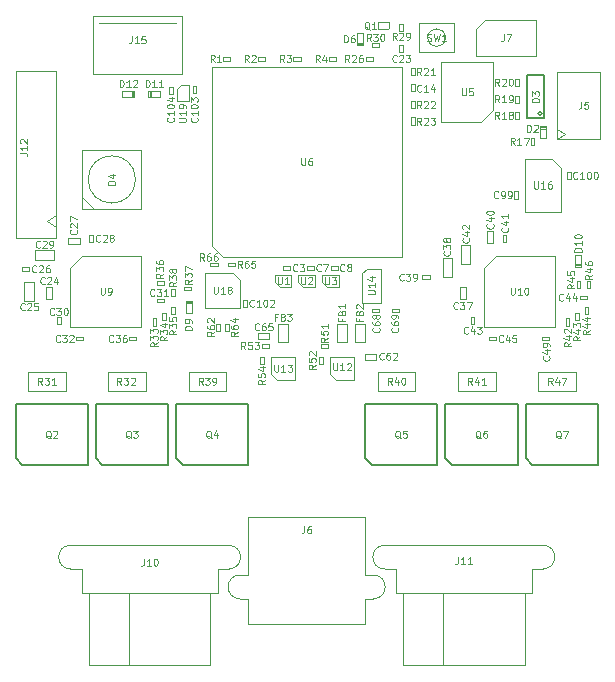
<source format=gbr>
%TF.GenerationSoftware,KiCad,Pcbnew,(6.0.5)*%
%TF.CreationDate,2022-11-28T14:04:54+01:00*%
%TF.ProjectId,omodri_laas,6f6d6f64-7269-45f6-9c61-61732e6b6963,2.0*%
%TF.SameCoordinates,Original*%
%TF.FileFunction,AssemblyDrawing,Top*%
%FSLAX46Y46*%
G04 Gerber Fmt 4.6, Leading zero omitted, Abs format (unit mm)*
G04 Created by KiCad (PCBNEW (6.0.5)) date 2022-11-28 14:04:54*
%MOMM*%
%LPD*%
G01*
G04 APERTURE LIST*
%ADD10C,0.100000*%
%ADD11C,0.120000*%
%ADD12C,0.152400*%
G04 APERTURE END LIST*
D10*
%TO.C,C41*%
X142014285Y-68085714D02*
X142042857Y-68114285D01*
X142071428Y-68200000D01*
X142071428Y-68257142D01*
X142042857Y-68342857D01*
X141985714Y-68400000D01*
X141928571Y-68428571D01*
X141814285Y-68457142D01*
X141728571Y-68457142D01*
X141614285Y-68428571D01*
X141557142Y-68400000D01*
X141500000Y-68342857D01*
X141471428Y-68257142D01*
X141471428Y-68200000D01*
X141500000Y-68114285D01*
X141528571Y-68085714D01*
X141671428Y-67571428D02*
X142071428Y-67571428D01*
X141442857Y-67714285D02*
X141871428Y-67857142D01*
X141871428Y-67485714D01*
X142071428Y-66942857D02*
X142071428Y-67285714D01*
X142071428Y-67114285D02*
X141471428Y-67114285D01*
X141557142Y-67171428D01*
X141614285Y-67228571D01*
X141642857Y-67285714D01*
%TO.C,C49*%
X145514285Y-78985714D02*
X145542857Y-79014285D01*
X145571428Y-79100000D01*
X145571428Y-79157142D01*
X145542857Y-79242857D01*
X145485714Y-79300000D01*
X145428571Y-79328571D01*
X145314285Y-79357142D01*
X145228571Y-79357142D01*
X145114285Y-79328571D01*
X145057142Y-79300000D01*
X145000000Y-79242857D01*
X144971428Y-79157142D01*
X144971428Y-79100000D01*
X145000000Y-79014285D01*
X145028571Y-78985714D01*
X145171428Y-78471428D02*
X145571428Y-78471428D01*
X144942857Y-78614285D02*
X145371428Y-78757142D01*
X145371428Y-78385714D01*
X145571428Y-78128571D02*
X145571428Y-78014285D01*
X145542857Y-77957142D01*
X145514285Y-77928571D01*
X145428571Y-77871428D01*
X145314285Y-77842857D01*
X145085714Y-77842857D01*
X145028571Y-77871428D01*
X145000000Y-77900000D01*
X144971428Y-77957142D01*
X144971428Y-78071428D01*
X145000000Y-78128571D01*
X145028571Y-78157142D01*
X145085714Y-78185714D01*
X145228571Y-78185714D01*
X145285714Y-78157142D01*
X145314285Y-78128571D01*
X145342857Y-78071428D01*
X145342857Y-77957142D01*
X145314285Y-77900000D01*
X145285714Y-77871428D01*
X145228571Y-77842857D01*
%TO.C,C65*%
X120964285Y-76714285D02*
X120935714Y-76742857D01*
X120850000Y-76771428D01*
X120792857Y-76771428D01*
X120707142Y-76742857D01*
X120650000Y-76685714D01*
X120621428Y-76628571D01*
X120592857Y-76514285D01*
X120592857Y-76428571D01*
X120621428Y-76314285D01*
X120650000Y-76257142D01*
X120707142Y-76200000D01*
X120792857Y-76171428D01*
X120850000Y-76171428D01*
X120935714Y-76200000D01*
X120964285Y-76228571D01*
X121478571Y-76171428D02*
X121364285Y-76171428D01*
X121307142Y-76200000D01*
X121278571Y-76228571D01*
X121221428Y-76314285D01*
X121192857Y-76428571D01*
X121192857Y-76657142D01*
X121221428Y-76714285D01*
X121250000Y-76742857D01*
X121307142Y-76771428D01*
X121421428Y-76771428D01*
X121478571Y-76742857D01*
X121507142Y-76714285D01*
X121535714Y-76657142D01*
X121535714Y-76514285D01*
X121507142Y-76457142D01*
X121478571Y-76428571D01*
X121421428Y-76400000D01*
X121307142Y-76400000D01*
X121250000Y-76428571D01*
X121221428Y-76457142D01*
X121192857Y-76514285D01*
X122078571Y-76171428D02*
X121792857Y-76171428D01*
X121764285Y-76457142D01*
X121792857Y-76428571D01*
X121850000Y-76400000D01*
X121992857Y-76400000D01*
X122050000Y-76428571D01*
X122078571Y-76457142D01*
X122107142Y-76514285D01*
X122107142Y-76657142D01*
X122078571Y-76714285D01*
X122050000Y-76742857D01*
X121992857Y-76771428D01*
X121850000Y-76771428D01*
X121792857Y-76742857D01*
X121764285Y-76714285D01*
%TO.C,C69*%
X132714285Y-76585714D02*
X132742857Y-76614285D01*
X132771428Y-76700000D01*
X132771428Y-76757142D01*
X132742857Y-76842857D01*
X132685714Y-76900000D01*
X132628571Y-76928571D01*
X132514285Y-76957142D01*
X132428571Y-76957142D01*
X132314285Y-76928571D01*
X132257142Y-76900000D01*
X132200000Y-76842857D01*
X132171428Y-76757142D01*
X132171428Y-76700000D01*
X132200000Y-76614285D01*
X132228571Y-76585714D01*
X132171428Y-76071428D02*
X132171428Y-76185714D01*
X132200000Y-76242857D01*
X132228571Y-76271428D01*
X132314285Y-76328571D01*
X132428571Y-76357142D01*
X132657142Y-76357142D01*
X132714285Y-76328571D01*
X132742857Y-76300000D01*
X132771428Y-76242857D01*
X132771428Y-76128571D01*
X132742857Y-76071428D01*
X132714285Y-76042857D01*
X132657142Y-76014285D01*
X132514285Y-76014285D01*
X132457142Y-76042857D01*
X132428571Y-76071428D01*
X132400000Y-76128571D01*
X132400000Y-76242857D01*
X132428571Y-76300000D01*
X132457142Y-76328571D01*
X132514285Y-76357142D01*
X132771428Y-75728571D02*
X132771428Y-75614285D01*
X132742857Y-75557142D01*
X132714285Y-75528571D01*
X132628571Y-75471428D01*
X132514285Y-75442857D01*
X132285714Y-75442857D01*
X132228571Y-75471428D01*
X132200000Y-75500000D01*
X132171428Y-75557142D01*
X132171428Y-75671428D01*
X132200000Y-75728571D01*
X132228571Y-75757142D01*
X132285714Y-75785714D01*
X132428571Y-75785714D01*
X132485714Y-75757142D01*
X132514285Y-75728571D01*
X132542857Y-75671428D01*
X132542857Y-75557142D01*
X132514285Y-75500000D01*
X132485714Y-75471428D01*
X132428571Y-75442857D01*
%TO.C,FB3*%
X122500000Y-75657142D02*
X122300000Y-75657142D01*
X122300000Y-75971428D02*
X122300000Y-75371428D01*
X122585714Y-75371428D01*
X123014285Y-75657142D02*
X123100000Y-75685714D01*
X123128571Y-75714285D01*
X123157142Y-75771428D01*
X123157142Y-75857142D01*
X123128571Y-75914285D01*
X123100000Y-75942857D01*
X123042857Y-75971428D01*
X122814285Y-75971428D01*
X122814285Y-75371428D01*
X123014285Y-75371428D01*
X123071428Y-75400000D01*
X123100000Y-75428571D01*
X123128571Y-75485714D01*
X123128571Y-75542857D01*
X123100000Y-75600000D01*
X123071428Y-75628571D01*
X123014285Y-75657142D01*
X122814285Y-75657142D01*
X123357142Y-75371428D02*
X123728571Y-75371428D01*
X123528571Y-75600000D01*
X123614285Y-75600000D01*
X123671428Y-75628571D01*
X123700000Y-75657142D01*
X123728571Y-75714285D01*
X123728571Y-75857142D01*
X123700000Y-75914285D01*
X123671428Y-75942857D01*
X123614285Y-75971428D01*
X123442857Y-75971428D01*
X123385714Y-75942857D01*
X123357142Y-75914285D01*
%TO.C,R26*%
X128614285Y-54071428D02*
X128414285Y-53785714D01*
X128271428Y-54071428D02*
X128271428Y-53471428D01*
X128500000Y-53471428D01*
X128557142Y-53500000D01*
X128585714Y-53528571D01*
X128614285Y-53585714D01*
X128614285Y-53671428D01*
X128585714Y-53728571D01*
X128557142Y-53757142D01*
X128500000Y-53785714D01*
X128271428Y-53785714D01*
X128842857Y-53528571D02*
X128871428Y-53500000D01*
X128928571Y-53471428D01*
X129071428Y-53471428D01*
X129128571Y-53500000D01*
X129157142Y-53528571D01*
X129185714Y-53585714D01*
X129185714Y-53642857D01*
X129157142Y-53728571D01*
X128814285Y-54071428D01*
X129185714Y-54071428D01*
X129700000Y-53471428D02*
X129585714Y-53471428D01*
X129528571Y-53500000D01*
X129500000Y-53528571D01*
X129442857Y-53614285D01*
X129414285Y-53728571D01*
X129414285Y-53957142D01*
X129442857Y-54014285D01*
X129471428Y-54042857D01*
X129528571Y-54071428D01*
X129642857Y-54071428D01*
X129700000Y-54042857D01*
X129728571Y-54014285D01*
X129757142Y-53957142D01*
X129757142Y-53814285D01*
X129728571Y-53757142D01*
X129700000Y-53728571D01*
X129642857Y-53700000D01*
X129528571Y-53700000D01*
X129471428Y-53728571D01*
X129442857Y-53757142D01*
X129414285Y-53814285D01*
%TO.C,R40*%
X132214285Y-81371428D02*
X132014285Y-81085714D01*
X131871428Y-81371428D02*
X131871428Y-80771428D01*
X132100000Y-80771428D01*
X132157142Y-80800000D01*
X132185714Y-80828571D01*
X132214285Y-80885714D01*
X132214285Y-80971428D01*
X132185714Y-81028571D01*
X132157142Y-81057142D01*
X132100000Y-81085714D01*
X131871428Y-81085714D01*
X132728571Y-80971428D02*
X132728571Y-81371428D01*
X132585714Y-80742857D02*
X132442857Y-81171428D01*
X132814285Y-81171428D01*
X133157142Y-80771428D02*
X133214285Y-80771428D01*
X133271428Y-80800000D01*
X133300000Y-80828571D01*
X133328571Y-80885714D01*
X133357142Y-81000000D01*
X133357142Y-81142857D01*
X133328571Y-81257142D01*
X133300000Y-81314285D01*
X133271428Y-81342857D01*
X133214285Y-81371428D01*
X133157142Y-81371428D01*
X133100000Y-81342857D01*
X133071428Y-81314285D01*
X133042857Y-81257142D01*
X133014285Y-81142857D01*
X133014285Y-81000000D01*
X133042857Y-80885714D01*
X133071428Y-80828571D01*
X133100000Y-80800000D01*
X133157142Y-80771428D01*
%TO.C,U13*%
X122257142Y-79671428D02*
X122257142Y-80157142D01*
X122285714Y-80214285D01*
X122314285Y-80242857D01*
X122371428Y-80271428D01*
X122485714Y-80271428D01*
X122542857Y-80242857D01*
X122571428Y-80214285D01*
X122600000Y-80157142D01*
X122600000Y-79671428D01*
X123200000Y-80271428D02*
X122857142Y-80271428D01*
X123028571Y-80271428D02*
X123028571Y-79671428D01*
X122971428Y-79757142D01*
X122914285Y-79814285D01*
X122857142Y-79842857D01*
X123400000Y-79671428D02*
X123771428Y-79671428D01*
X123571428Y-79900000D01*
X123657142Y-79900000D01*
X123714285Y-79928571D01*
X123742857Y-79957142D01*
X123771428Y-80014285D01*
X123771428Y-80157142D01*
X123742857Y-80214285D01*
X123714285Y-80242857D01*
X123657142Y-80271428D01*
X123485714Y-80271428D01*
X123428571Y-80242857D01*
X123400000Y-80214285D01*
%TO.C,R44*%
X148971428Y-76785714D02*
X148685714Y-76985714D01*
X148971428Y-77128571D02*
X148371428Y-77128571D01*
X148371428Y-76900000D01*
X148400000Y-76842857D01*
X148428571Y-76814285D01*
X148485714Y-76785714D01*
X148571428Y-76785714D01*
X148628571Y-76814285D01*
X148657142Y-76842857D01*
X148685714Y-76900000D01*
X148685714Y-77128571D01*
X148571428Y-76271428D02*
X148971428Y-76271428D01*
X148342857Y-76414285D02*
X148771428Y-76557142D01*
X148771428Y-76185714D01*
X148571428Y-75700000D02*
X148971428Y-75700000D01*
X148342857Y-75842857D02*
X148771428Y-75985714D01*
X148771428Y-75614285D01*
%TO.C,R23*%
X134714285Y-59371428D02*
X134514285Y-59085714D01*
X134371428Y-59371428D02*
X134371428Y-58771428D01*
X134600000Y-58771428D01*
X134657142Y-58800000D01*
X134685714Y-58828571D01*
X134714285Y-58885714D01*
X134714285Y-58971428D01*
X134685714Y-59028571D01*
X134657142Y-59057142D01*
X134600000Y-59085714D01*
X134371428Y-59085714D01*
X134942857Y-58828571D02*
X134971428Y-58800000D01*
X135028571Y-58771428D01*
X135171428Y-58771428D01*
X135228571Y-58800000D01*
X135257142Y-58828571D01*
X135285714Y-58885714D01*
X135285714Y-58942857D01*
X135257142Y-59028571D01*
X134914285Y-59371428D01*
X135285714Y-59371428D01*
X135485714Y-58771428D02*
X135857142Y-58771428D01*
X135657142Y-59000000D01*
X135742857Y-59000000D01*
X135800000Y-59028571D01*
X135828571Y-59057142D01*
X135857142Y-59114285D01*
X135857142Y-59257142D01*
X135828571Y-59314285D01*
X135800000Y-59342857D01*
X135742857Y-59371428D01*
X135571428Y-59371428D01*
X135514285Y-59342857D01*
X135485714Y-59314285D01*
%TO.C,C45*%
X141614285Y-77714285D02*
X141585714Y-77742857D01*
X141500000Y-77771428D01*
X141442857Y-77771428D01*
X141357142Y-77742857D01*
X141300000Y-77685714D01*
X141271428Y-77628571D01*
X141242857Y-77514285D01*
X141242857Y-77428571D01*
X141271428Y-77314285D01*
X141300000Y-77257142D01*
X141357142Y-77200000D01*
X141442857Y-77171428D01*
X141500000Y-77171428D01*
X141585714Y-77200000D01*
X141614285Y-77228571D01*
X142128571Y-77371428D02*
X142128571Y-77771428D01*
X141985714Y-77142857D02*
X141842857Y-77571428D01*
X142214285Y-77571428D01*
X142728571Y-77171428D02*
X142442857Y-77171428D01*
X142414285Y-77457142D01*
X142442857Y-77428571D01*
X142500000Y-77400000D01*
X142642857Y-77400000D01*
X142700000Y-77428571D01*
X142728571Y-77457142D01*
X142757142Y-77514285D01*
X142757142Y-77657142D01*
X142728571Y-77714285D01*
X142700000Y-77742857D01*
X142642857Y-77771428D01*
X142500000Y-77771428D01*
X142442857Y-77742857D01*
X142414285Y-77714285D01*
%TO.C,U5*%
X138142857Y-56271428D02*
X138142857Y-56757142D01*
X138171428Y-56814285D01*
X138200000Y-56842857D01*
X138257142Y-56871428D01*
X138371428Y-56871428D01*
X138428571Y-56842857D01*
X138457142Y-56814285D01*
X138485714Y-56757142D01*
X138485714Y-56271428D01*
X139057142Y-56271428D02*
X138771428Y-56271428D01*
X138742857Y-56557142D01*
X138771428Y-56528571D01*
X138828571Y-56500000D01*
X138971428Y-56500000D01*
X139028571Y-56528571D01*
X139057142Y-56557142D01*
X139085714Y-56614285D01*
X139085714Y-56757142D01*
X139057142Y-56814285D01*
X139028571Y-56842857D01*
X138971428Y-56871428D01*
X138828571Y-56871428D01*
X138771428Y-56842857D01*
X138742857Y-56814285D01*
%TO.C,R20*%
X141314285Y-56071428D02*
X141114285Y-55785714D01*
X140971428Y-56071428D02*
X140971428Y-55471428D01*
X141200000Y-55471428D01*
X141257142Y-55500000D01*
X141285714Y-55528571D01*
X141314285Y-55585714D01*
X141314285Y-55671428D01*
X141285714Y-55728571D01*
X141257142Y-55757142D01*
X141200000Y-55785714D01*
X140971428Y-55785714D01*
X141542857Y-55528571D02*
X141571428Y-55500000D01*
X141628571Y-55471428D01*
X141771428Y-55471428D01*
X141828571Y-55500000D01*
X141857142Y-55528571D01*
X141885714Y-55585714D01*
X141885714Y-55642857D01*
X141857142Y-55728571D01*
X141514285Y-56071428D01*
X141885714Y-56071428D01*
X142257142Y-55471428D02*
X142314285Y-55471428D01*
X142371428Y-55500000D01*
X142400000Y-55528571D01*
X142428571Y-55585714D01*
X142457142Y-55700000D01*
X142457142Y-55842857D01*
X142428571Y-55957142D01*
X142400000Y-56014285D01*
X142371428Y-56042857D01*
X142314285Y-56071428D01*
X142257142Y-56071428D01*
X142200000Y-56042857D01*
X142171428Y-56014285D01*
X142142857Y-55957142D01*
X142114285Y-55842857D01*
X142114285Y-55700000D01*
X142142857Y-55585714D01*
X142171428Y-55528571D01*
X142200000Y-55500000D01*
X142257142Y-55471428D01*
%TO.C,R21*%
X134714285Y-55171428D02*
X134514285Y-54885714D01*
X134371428Y-55171428D02*
X134371428Y-54571428D01*
X134600000Y-54571428D01*
X134657142Y-54600000D01*
X134685714Y-54628571D01*
X134714285Y-54685714D01*
X134714285Y-54771428D01*
X134685714Y-54828571D01*
X134657142Y-54857142D01*
X134600000Y-54885714D01*
X134371428Y-54885714D01*
X134942857Y-54628571D02*
X134971428Y-54600000D01*
X135028571Y-54571428D01*
X135171428Y-54571428D01*
X135228571Y-54600000D01*
X135257142Y-54628571D01*
X135285714Y-54685714D01*
X135285714Y-54742857D01*
X135257142Y-54828571D01*
X134914285Y-55171428D01*
X135285714Y-55171428D01*
X135857142Y-55171428D02*
X135514285Y-55171428D01*
X135685714Y-55171428D02*
X135685714Y-54571428D01*
X135628571Y-54657142D01*
X135571428Y-54714285D01*
X135514285Y-54742857D01*
%TO.C,C37*%
X137789285Y-74914285D02*
X137760714Y-74942857D01*
X137675000Y-74971428D01*
X137617857Y-74971428D01*
X137532142Y-74942857D01*
X137475000Y-74885714D01*
X137446428Y-74828571D01*
X137417857Y-74714285D01*
X137417857Y-74628571D01*
X137446428Y-74514285D01*
X137475000Y-74457142D01*
X137532142Y-74400000D01*
X137617857Y-74371428D01*
X137675000Y-74371428D01*
X137760714Y-74400000D01*
X137789285Y-74428571D01*
X137989285Y-74371428D02*
X138360714Y-74371428D01*
X138160714Y-74600000D01*
X138246428Y-74600000D01*
X138303571Y-74628571D01*
X138332142Y-74657142D01*
X138360714Y-74714285D01*
X138360714Y-74857142D01*
X138332142Y-74914285D01*
X138303571Y-74942857D01*
X138246428Y-74971428D01*
X138075000Y-74971428D01*
X138017857Y-74942857D01*
X137989285Y-74914285D01*
X138560714Y-74371428D02*
X138960714Y-74371428D01*
X138703571Y-74971428D01*
%TO.C,Q1*%
X130342857Y-51328571D02*
X130285714Y-51300000D01*
X130228571Y-51242857D01*
X130142857Y-51157142D01*
X130085714Y-51128571D01*
X130028571Y-51128571D01*
X130057142Y-51271428D02*
X130000000Y-51242857D01*
X129942857Y-51185714D01*
X129914285Y-51071428D01*
X129914285Y-50871428D01*
X129942857Y-50757142D01*
X130000000Y-50700000D01*
X130057142Y-50671428D01*
X130171428Y-50671428D01*
X130228571Y-50700000D01*
X130285714Y-50757142D01*
X130314285Y-50871428D01*
X130314285Y-51071428D01*
X130285714Y-51185714D01*
X130228571Y-51242857D01*
X130171428Y-51271428D01*
X130057142Y-51271428D01*
X130885714Y-51271428D02*
X130542857Y-51271428D01*
X130714285Y-51271428D02*
X130714285Y-50671428D01*
X130657142Y-50757142D01*
X130600000Y-50814285D01*
X130542857Y-50842857D01*
%TO.C,C43*%
X138664285Y-77014285D02*
X138635714Y-77042857D01*
X138550000Y-77071428D01*
X138492857Y-77071428D01*
X138407142Y-77042857D01*
X138350000Y-76985714D01*
X138321428Y-76928571D01*
X138292857Y-76814285D01*
X138292857Y-76728571D01*
X138321428Y-76614285D01*
X138350000Y-76557142D01*
X138407142Y-76500000D01*
X138492857Y-76471428D01*
X138550000Y-76471428D01*
X138635714Y-76500000D01*
X138664285Y-76528571D01*
X139178571Y-76671428D02*
X139178571Y-77071428D01*
X139035714Y-76442857D02*
X138892857Y-76871428D01*
X139264285Y-76871428D01*
X139435714Y-76471428D02*
X139807142Y-76471428D01*
X139607142Y-76700000D01*
X139692857Y-76700000D01*
X139750000Y-76728571D01*
X139778571Y-76757142D01*
X139807142Y-76814285D01*
X139807142Y-76957142D01*
X139778571Y-77014285D01*
X139750000Y-77042857D01*
X139692857Y-77071428D01*
X139521428Y-77071428D01*
X139464285Y-77042857D01*
X139435714Y-77014285D01*
%TO.C,R41*%
X139014285Y-81371428D02*
X138814285Y-81085714D01*
X138671428Y-81371428D02*
X138671428Y-80771428D01*
X138900000Y-80771428D01*
X138957142Y-80800000D01*
X138985714Y-80828571D01*
X139014285Y-80885714D01*
X139014285Y-80971428D01*
X138985714Y-81028571D01*
X138957142Y-81057142D01*
X138900000Y-81085714D01*
X138671428Y-81085714D01*
X139528571Y-80971428D02*
X139528571Y-81371428D01*
X139385714Y-80742857D02*
X139242857Y-81171428D01*
X139614285Y-81171428D01*
X140157142Y-81371428D02*
X139814285Y-81371428D01*
X139985714Y-81371428D02*
X139985714Y-80771428D01*
X139928571Y-80857142D01*
X139871428Y-80914285D01*
X139814285Y-80942857D01*
%TO.C,R37*%
X115271428Y-72485714D02*
X114985714Y-72685714D01*
X115271428Y-72828571D02*
X114671428Y-72828571D01*
X114671428Y-72600000D01*
X114700000Y-72542857D01*
X114728571Y-72514285D01*
X114785714Y-72485714D01*
X114871428Y-72485714D01*
X114928571Y-72514285D01*
X114957142Y-72542857D01*
X114985714Y-72600000D01*
X114985714Y-72828571D01*
X114671428Y-72285714D02*
X114671428Y-71914285D01*
X114900000Y-72114285D01*
X114900000Y-72028571D01*
X114928571Y-71971428D01*
X114957142Y-71942857D01*
X115014285Y-71914285D01*
X115157142Y-71914285D01*
X115214285Y-71942857D01*
X115242857Y-71971428D01*
X115271428Y-72028571D01*
X115271428Y-72200000D01*
X115242857Y-72257142D01*
X115214285Y-72285714D01*
X114671428Y-71714285D02*
X114671428Y-71314285D01*
X115271428Y-71571428D01*
%TO.C,R45*%
X147671428Y-72885714D02*
X147385714Y-73085714D01*
X147671428Y-73228571D02*
X147071428Y-73228571D01*
X147071428Y-73000000D01*
X147100000Y-72942857D01*
X147128571Y-72914285D01*
X147185714Y-72885714D01*
X147271428Y-72885714D01*
X147328571Y-72914285D01*
X147357142Y-72942857D01*
X147385714Y-73000000D01*
X147385714Y-73228571D01*
X147271428Y-72371428D02*
X147671428Y-72371428D01*
X147042857Y-72514285D02*
X147471428Y-72657142D01*
X147471428Y-72285714D01*
X147071428Y-71771428D02*
X147071428Y-72057142D01*
X147357142Y-72085714D01*
X147328571Y-72057142D01*
X147300000Y-72000000D01*
X147300000Y-71857142D01*
X147328571Y-71800000D01*
X147357142Y-71771428D01*
X147414285Y-71742857D01*
X147557142Y-71742857D01*
X147614285Y-71771428D01*
X147642857Y-71800000D01*
X147671428Y-71857142D01*
X147671428Y-72000000D01*
X147642857Y-72057142D01*
X147614285Y-72085714D01*
%TO.C,R46*%
X149171428Y-72085714D02*
X148885714Y-72285714D01*
X149171428Y-72428571D02*
X148571428Y-72428571D01*
X148571428Y-72200000D01*
X148600000Y-72142857D01*
X148628571Y-72114285D01*
X148685714Y-72085714D01*
X148771428Y-72085714D01*
X148828571Y-72114285D01*
X148857142Y-72142857D01*
X148885714Y-72200000D01*
X148885714Y-72428571D01*
X148771428Y-71571428D02*
X149171428Y-71571428D01*
X148542857Y-71714285D02*
X148971428Y-71857142D01*
X148971428Y-71485714D01*
X148571428Y-71000000D02*
X148571428Y-71114285D01*
X148600000Y-71171428D01*
X148628571Y-71200000D01*
X148714285Y-71257142D01*
X148828571Y-71285714D01*
X149057142Y-71285714D01*
X149114285Y-71257142D01*
X149142857Y-71228571D01*
X149171428Y-71171428D01*
X149171428Y-71057142D01*
X149142857Y-71000000D01*
X149114285Y-70971428D01*
X149057142Y-70942857D01*
X148914285Y-70942857D01*
X148857142Y-70971428D01*
X148828571Y-71000000D01*
X148800000Y-71057142D01*
X148800000Y-71171428D01*
X148828571Y-71228571D01*
X148857142Y-71257142D01*
X148914285Y-71285714D01*
%TO.C,D9*%
X115271428Y-76742857D02*
X114671428Y-76742857D01*
X114671428Y-76600000D01*
X114700000Y-76514285D01*
X114757142Y-76457142D01*
X114814285Y-76428571D01*
X114928571Y-76400000D01*
X115014285Y-76400000D01*
X115128571Y-76428571D01*
X115185714Y-76457142D01*
X115242857Y-76514285D01*
X115271428Y-76600000D01*
X115271428Y-76742857D01*
X115271428Y-76114285D02*
X115271428Y-76000000D01*
X115242857Y-75942857D01*
X115214285Y-75914285D01*
X115128571Y-75857142D01*
X115014285Y-75828571D01*
X114785714Y-75828571D01*
X114728571Y-75857142D01*
X114700000Y-75885714D01*
X114671428Y-75942857D01*
X114671428Y-76057142D01*
X114700000Y-76114285D01*
X114728571Y-76142857D01*
X114785714Y-76171428D01*
X114928571Y-76171428D01*
X114985714Y-76142857D01*
X115014285Y-76114285D01*
X115042857Y-76057142D01*
X115042857Y-75942857D01*
X115014285Y-75885714D01*
X114985714Y-75857142D01*
X114928571Y-75828571D01*
%TO.C,C27*%
X105514285Y-68285714D02*
X105542857Y-68314285D01*
X105571428Y-68400000D01*
X105571428Y-68457142D01*
X105542857Y-68542857D01*
X105485714Y-68600000D01*
X105428571Y-68628571D01*
X105314285Y-68657142D01*
X105228571Y-68657142D01*
X105114285Y-68628571D01*
X105057142Y-68600000D01*
X105000000Y-68542857D01*
X104971428Y-68457142D01*
X104971428Y-68400000D01*
X105000000Y-68314285D01*
X105028571Y-68285714D01*
X105028571Y-68057142D02*
X105000000Y-68028571D01*
X104971428Y-67971428D01*
X104971428Y-67828571D01*
X105000000Y-67771428D01*
X105028571Y-67742857D01*
X105085714Y-67714285D01*
X105142857Y-67714285D01*
X105228571Y-67742857D01*
X105571428Y-68085714D01*
X105571428Y-67714285D01*
X104971428Y-67514285D02*
X104971428Y-67114285D01*
X105571428Y-67371428D01*
%TO.C,J11*%
X137814285Y-95996428D02*
X137814285Y-96425000D01*
X137785714Y-96510714D01*
X137728571Y-96567857D01*
X137642857Y-96596428D01*
X137585714Y-96596428D01*
X138414285Y-96596428D02*
X138071428Y-96596428D01*
X138242857Y-96596428D02*
X138242857Y-95996428D01*
X138185714Y-96082142D01*
X138128571Y-96139285D01*
X138071428Y-96167857D01*
X138985714Y-96596428D02*
X138642857Y-96596428D01*
X138814285Y-96596428D02*
X138814285Y-95996428D01*
X138757142Y-96082142D01*
X138700000Y-96139285D01*
X138642857Y-96167857D01*
%TO.C,R53*%
X119814285Y-78371428D02*
X119614285Y-78085714D01*
X119471428Y-78371428D02*
X119471428Y-77771428D01*
X119700000Y-77771428D01*
X119757142Y-77800000D01*
X119785714Y-77828571D01*
X119814285Y-77885714D01*
X119814285Y-77971428D01*
X119785714Y-78028571D01*
X119757142Y-78057142D01*
X119700000Y-78085714D01*
X119471428Y-78085714D01*
X120357142Y-77771428D02*
X120071428Y-77771428D01*
X120042857Y-78057142D01*
X120071428Y-78028571D01*
X120128571Y-78000000D01*
X120271428Y-78000000D01*
X120328571Y-78028571D01*
X120357142Y-78057142D01*
X120385714Y-78114285D01*
X120385714Y-78257142D01*
X120357142Y-78314285D01*
X120328571Y-78342857D01*
X120271428Y-78371428D01*
X120128571Y-78371428D01*
X120071428Y-78342857D01*
X120042857Y-78314285D01*
X120585714Y-77771428D02*
X120957142Y-77771428D01*
X120757142Y-78000000D01*
X120842857Y-78000000D01*
X120900000Y-78028571D01*
X120928571Y-78057142D01*
X120957142Y-78114285D01*
X120957142Y-78257142D01*
X120928571Y-78314285D01*
X120900000Y-78342857D01*
X120842857Y-78371428D01*
X120671428Y-78371428D01*
X120614285Y-78342857D01*
X120585714Y-78314285D01*
%TO.C,C62*%
X131514285Y-79214285D02*
X131485714Y-79242857D01*
X131400000Y-79271428D01*
X131342857Y-79271428D01*
X131257142Y-79242857D01*
X131200000Y-79185714D01*
X131171428Y-79128571D01*
X131142857Y-79014285D01*
X131142857Y-78928571D01*
X131171428Y-78814285D01*
X131200000Y-78757142D01*
X131257142Y-78700000D01*
X131342857Y-78671428D01*
X131400000Y-78671428D01*
X131485714Y-78700000D01*
X131514285Y-78728571D01*
X132028571Y-78671428D02*
X131914285Y-78671428D01*
X131857142Y-78700000D01*
X131828571Y-78728571D01*
X131771428Y-78814285D01*
X131742857Y-78928571D01*
X131742857Y-79157142D01*
X131771428Y-79214285D01*
X131800000Y-79242857D01*
X131857142Y-79271428D01*
X131971428Y-79271428D01*
X132028571Y-79242857D01*
X132057142Y-79214285D01*
X132085714Y-79157142D01*
X132085714Y-79014285D01*
X132057142Y-78957142D01*
X132028571Y-78928571D01*
X131971428Y-78900000D01*
X131857142Y-78900000D01*
X131800000Y-78928571D01*
X131771428Y-78957142D01*
X131742857Y-79014285D01*
X132314285Y-78728571D02*
X132342857Y-78700000D01*
X132400000Y-78671428D01*
X132542857Y-78671428D01*
X132600000Y-78700000D01*
X132628571Y-78728571D01*
X132657142Y-78785714D01*
X132657142Y-78842857D01*
X132628571Y-78928571D01*
X132285714Y-79271428D01*
X132657142Y-79271428D01*
%TO.C,R52*%
X125771428Y-79685714D02*
X125485714Y-79885714D01*
X125771428Y-80028571D02*
X125171428Y-80028571D01*
X125171428Y-79800000D01*
X125200000Y-79742857D01*
X125228571Y-79714285D01*
X125285714Y-79685714D01*
X125371428Y-79685714D01*
X125428571Y-79714285D01*
X125457142Y-79742857D01*
X125485714Y-79800000D01*
X125485714Y-80028571D01*
X125171428Y-79142857D02*
X125171428Y-79428571D01*
X125457142Y-79457142D01*
X125428571Y-79428571D01*
X125400000Y-79371428D01*
X125400000Y-79228571D01*
X125428571Y-79171428D01*
X125457142Y-79142857D01*
X125514285Y-79114285D01*
X125657142Y-79114285D01*
X125714285Y-79142857D01*
X125742857Y-79171428D01*
X125771428Y-79228571D01*
X125771428Y-79371428D01*
X125742857Y-79428571D01*
X125714285Y-79457142D01*
X125228571Y-78885714D02*
X125200000Y-78857142D01*
X125171428Y-78800000D01*
X125171428Y-78657142D01*
X125200000Y-78600000D01*
X125228571Y-78571428D01*
X125285714Y-78542857D01*
X125342857Y-78542857D01*
X125428571Y-78571428D01*
X125771428Y-78914285D01*
X125771428Y-78542857D01*
%TO.C,C25*%
X101114285Y-75014285D02*
X101085714Y-75042857D01*
X101000000Y-75071428D01*
X100942857Y-75071428D01*
X100857142Y-75042857D01*
X100800000Y-74985714D01*
X100771428Y-74928571D01*
X100742857Y-74814285D01*
X100742857Y-74728571D01*
X100771428Y-74614285D01*
X100800000Y-74557142D01*
X100857142Y-74500000D01*
X100942857Y-74471428D01*
X101000000Y-74471428D01*
X101085714Y-74500000D01*
X101114285Y-74528571D01*
X101342857Y-74528571D02*
X101371428Y-74500000D01*
X101428571Y-74471428D01*
X101571428Y-74471428D01*
X101628571Y-74500000D01*
X101657142Y-74528571D01*
X101685714Y-74585714D01*
X101685714Y-74642857D01*
X101657142Y-74728571D01*
X101314285Y-75071428D01*
X101685714Y-75071428D01*
X102228571Y-74471428D02*
X101942857Y-74471428D01*
X101914285Y-74757142D01*
X101942857Y-74728571D01*
X102000000Y-74700000D01*
X102142857Y-74700000D01*
X102200000Y-74728571D01*
X102228571Y-74757142D01*
X102257142Y-74814285D01*
X102257142Y-74957142D01*
X102228571Y-75014285D01*
X102200000Y-75042857D01*
X102142857Y-75071428D01*
X102000000Y-75071428D01*
X101942857Y-75042857D01*
X101914285Y-75014285D01*
%TO.C,C29*%
X102414285Y-69714285D02*
X102385714Y-69742857D01*
X102300000Y-69771428D01*
X102242857Y-69771428D01*
X102157142Y-69742857D01*
X102100000Y-69685714D01*
X102071428Y-69628571D01*
X102042857Y-69514285D01*
X102042857Y-69428571D01*
X102071428Y-69314285D01*
X102100000Y-69257142D01*
X102157142Y-69200000D01*
X102242857Y-69171428D01*
X102300000Y-69171428D01*
X102385714Y-69200000D01*
X102414285Y-69228571D01*
X102642857Y-69228571D02*
X102671428Y-69200000D01*
X102728571Y-69171428D01*
X102871428Y-69171428D01*
X102928571Y-69200000D01*
X102957142Y-69228571D01*
X102985714Y-69285714D01*
X102985714Y-69342857D01*
X102957142Y-69428571D01*
X102614285Y-69771428D01*
X102985714Y-69771428D01*
X103271428Y-69771428D02*
X103385714Y-69771428D01*
X103442857Y-69742857D01*
X103471428Y-69714285D01*
X103528571Y-69628571D01*
X103557142Y-69514285D01*
X103557142Y-69285714D01*
X103528571Y-69228571D01*
X103500000Y-69200000D01*
X103442857Y-69171428D01*
X103328571Y-69171428D01*
X103271428Y-69200000D01*
X103242857Y-69228571D01*
X103214285Y-69285714D01*
X103214285Y-69428571D01*
X103242857Y-69485714D01*
X103271428Y-69514285D01*
X103328571Y-69542857D01*
X103442857Y-69542857D01*
X103500000Y-69514285D01*
X103528571Y-69485714D01*
X103557142Y-69428571D01*
%TO.C,C28*%
X107514285Y-69214285D02*
X107485714Y-69242857D01*
X107400000Y-69271428D01*
X107342857Y-69271428D01*
X107257142Y-69242857D01*
X107200000Y-69185714D01*
X107171428Y-69128571D01*
X107142857Y-69014285D01*
X107142857Y-68928571D01*
X107171428Y-68814285D01*
X107200000Y-68757142D01*
X107257142Y-68700000D01*
X107342857Y-68671428D01*
X107400000Y-68671428D01*
X107485714Y-68700000D01*
X107514285Y-68728571D01*
X107742857Y-68728571D02*
X107771428Y-68700000D01*
X107828571Y-68671428D01*
X107971428Y-68671428D01*
X108028571Y-68700000D01*
X108057142Y-68728571D01*
X108085714Y-68785714D01*
X108085714Y-68842857D01*
X108057142Y-68928571D01*
X107714285Y-69271428D01*
X108085714Y-69271428D01*
X108428571Y-68928571D02*
X108371428Y-68900000D01*
X108342857Y-68871428D01*
X108314285Y-68814285D01*
X108314285Y-68785714D01*
X108342857Y-68728571D01*
X108371428Y-68700000D01*
X108428571Y-68671428D01*
X108542857Y-68671428D01*
X108600000Y-68700000D01*
X108628571Y-68728571D01*
X108657142Y-68785714D01*
X108657142Y-68814285D01*
X108628571Y-68871428D01*
X108600000Y-68900000D01*
X108542857Y-68928571D01*
X108428571Y-68928571D01*
X108371428Y-68957142D01*
X108342857Y-68985714D01*
X108314285Y-69042857D01*
X108314285Y-69157142D01*
X108342857Y-69214285D01*
X108371428Y-69242857D01*
X108428571Y-69271428D01*
X108542857Y-69271428D01*
X108600000Y-69242857D01*
X108628571Y-69214285D01*
X108657142Y-69157142D01*
X108657142Y-69042857D01*
X108628571Y-68985714D01*
X108600000Y-68957142D01*
X108542857Y-68928571D01*
%TO.C,C68*%
X131114285Y-76585714D02*
X131142857Y-76614285D01*
X131171428Y-76700000D01*
X131171428Y-76757142D01*
X131142857Y-76842857D01*
X131085714Y-76900000D01*
X131028571Y-76928571D01*
X130914285Y-76957142D01*
X130828571Y-76957142D01*
X130714285Y-76928571D01*
X130657142Y-76900000D01*
X130600000Y-76842857D01*
X130571428Y-76757142D01*
X130571428Y-76700000D01*
X130600000Y-76614285D01*
X130628571Y-76585714D01*
X130571428Y-76071428D02*
X130571428Y-76185714D01*
X130600000Y-76242857D01*
X130628571Y-76271428D01*
X130714285Y-76328571D01*
X130828571Y-76357142D01*
X131057142Y-76357142D01*
X131114285Y-76328571D01*
X131142857Y-76300000D01*
X131171428Y-76242857D01*
X131171428Y-76128571D01*
X131142857Y-76071428D01*
X131114285Y-76042857D01*
X131057142Y-76014285D01*
X130914285Y-76014285D01*
X130857142Y-76042857D01*
X130828571Y-76071428D01*
X130800000Y-76128571D01*
X130800000Y-76242857D01*
X130828571Y-76300000D01*
X130857142Y-76328571D01*
X130914285Y-76357142D01*
X130828571Y-75671428D02*
X130800000Y-75728571D01*
X130771428Y-75757142D01*
X130714285Y-75785714D01*
X130685714Y-75785714D01*
X130628571Y-75757142D01*
X130600000Y-75728571D01*
X130571428Y-75671428D01*
X130571428Y-75557142D01*
X130600000Y-75500000D01*
X130628571Y-75471428D01*
X130685714Y-75442857D01*
X130714285Y-75442857D01*
X130771428Y-75471428D01*
X130800000Y-75500000D01*
X130828571Y-75557142D01*
X130828571Y-75671428D01*
X130857142Y-75728571D01*
X130885714Y-75757142D01*
X130942857Y-75785714D01*
X131057142Y-75785714D01*
X131114285Y-75757142D01*
X131142857Y-75728571D01*
X131171428Y-75671428D01*
X131171428Y-75557142D01*
X131142857Y-75500000D01*
X131114285Y-75471428D01*
X131057142Y-75442857D01*
X130942857Y-75442857D01*
X130885714Y-75471428D01*
X130857142Y-75500000D01*
X130828571Y-75557142D01*
%TO.C,R51*%
X126771428Y-77385714D02*
X126485714Y-77585714D01*
X126771428Y-77728571D02*
X126171428Y-77728571D01*
X126171428Y-77500000D01*
X126200000Y-77442857D01*
X126228571Y-77414285D01*
X126285714Y-77385714D01*
X126371428Y-77385714D01*
X126428571Y-77414285D01*
X126457142Y-77442857D01*
X126485714Y-77500000D01*
X126485714Y-77728571D01*
X126171428Y-76842857D02*
X126171428Y-77128571D01*
X126457142Y-77157142D01*
X126428571Y-77128571D01*
X126400000Y-77071428D01*
X126400000Y-76928571D01*
X126428571Y-76871428D01*
X126457142Y-76842857D01*
X126514285Y-76814285D01*
X126657142Y-76814285D01*
X126714285Y-76842857D01*
X126742857Y-76871428D01*
X126771428Y-76928571D01*
X126771428Y-77071428D01*
X126742857Y-77128571D01*
X126714285Y-77157142D01*
X126771428Y-76242857D02*
X126771428Y-76585714D01*
X126771428Y-76414285D02*
X126171428Y-76414285D01*
X126257142Y-76471428D01*
X126314285Y-76528571D01*
X126342857Y-76585714D01*
%TO.C,C31*%
X112114285Y-73814285D02*
X112085714Y-73842857D01*
X112000000Y-73871428D01*
X111942857Y-73871428D01*
X111857142Y-73842857D01*
X111800000Y-73785714D01*
X111771428Y-73728571D01*
X111742857Y-73614285D01*
X111742857Y-73528571D01*
X111771428Y-73414285D01*
X111800000Y-73357142D01*
X111857142Y-73300000D01*
X111942857Y-73271428D01*
X112000000Y-73271428D01*
X112085714Y-73300000D01*
X112114285Y-73328571D01*
X112314285Y-73271428D02*
X112685714Y-73271428D01*
X112485714Y-73500000D01*
X112571428Y-73500000D01*
X112628571Y-73528571D01*
X112657142Y-73557142D01*
X112685714Y-73614285D01*
X112685714Y-73757142D01*
X112657142Y-73814285D01*
X112628571Y-73842857D01*
X112571428Y-73871428D01*
X112400000Y-73871428D01*
X112342857Y-73842857D01*
X112314285Y-73814285D01*
X113257142Y-73871428D02*
X112914285Y-73871428D01*
X113085714Y-73871428D02*
X113085714Y-73271428D01*
X113028571Y-73357142D01*
X112971428Y-73414285D01*
X112914285Y-73442857D01*
%TO.C,D10*%
X148271428Y-70128571D02*
X147671428Y-70128571D01*
X147671428Y-69985714D01*
X147700000Y-69900000D01*
X147757142Y-69842857D01*
X147814285Y-69814285D01*
X147928571Y-69785714D01*
X148014285Y-69785714D01*
X148128571Y-69814285D01*
X148185714Y-69842857D01*
X148242857Y-69900000D01*
X148271428Y-69985714D01*
X148271428Y-70128571D01*
X148271428Y-69214285D02*
X148271428Y-69557142D01*
X148271428Y-69385714D02*
X147671428Y-69385714D01*
X147757142Y-69442857D01*
X147814285Y-69500000D01*
X147842857Y-69557142D01*
X147671428Y-68842857D02*
X147671428Y-68785714D01*
X147700000Y-68728571D01*
X147728571Y-68700000D01*
X147785714Y-68671428D01*
X147900000Y-68642857D01*
X148042857Y-68642857D01*
X148157142Y-68671428D01*
X148214285Y-68700000D01*
X148242857Y-68728571D01*
X148271428Y-68785714D01*
X148271428Y-68842857D01*
X148242857Y-68900000D01*
X148214285Y-68928571D01*
X148157142Y-68957142D01*
X148042857Y-68985714D01*
X147900000Y-68985714D01*
X147785714Y-68957142D01*
X147728571Y-68928571D01*
X147700000Y-68900000D01*
X147671428Y-68842857D01*
%TO.C,C40*%
X140764285Y-67785714D02*
X140792857Y-67814285D01*
X140821428Y-67900000D01*
X140821428Y-67957142D01*
X140792857Y-68042857D01*
X140735714Y-68100000D01*
X140678571Y-68128571D01*
X140564285Y-68157142D01*
X140478571Y-68157142D01*
X140364285Y-68128571D01*
X140307142Y-68100000D01*
X140250000Y-68042857D01*
X140221428Y-67957142D01*
X140221428Y-67900000D01*
X140250000Y-67814285D01*
X140278571Y-67785714D01*
X140421428Y-67271428D02*
X140821428Y-67271428D01*
X140192857Y-67414285D02*
X140621428Y-67557142D01*
X140621428Y-67185714D01*
X140221428Y-66842857D02*
X140221428Y-66785714D01*
X140250000Y-66728571D01*
X140278571Y-66700000D01*
X140335714Y-66671428D01*
X140450000Y-66642857D01*
X140592857Y-66642857D01*
X140707142Y-66671428D01*
X140764285Y-66700000D01*
X140792857Y-66728571D01*
X140821428Y-66785714D01*
X140821428Y-66842857D01*
X140792857Y-66900000D01*
X140764285Y-66928571D01*
X140707142Y-66957142D01*
X140592857Y-66985714D01*
X140450000Y-66985714D01*
X140335714Y-66957142D01*
X140278571Y-66928571D01*
X140250000Y-66900000D01*
X140221428Y-66842857D01*
%TO.C,C38*%
X137114285Y-70085714D02*
X137142857Y-70114285D01*
X137171428Y-70200000D01*
X137171428Y-70257142D01*
X137142857Y-70342857D01*
X137085714Y-70400000D01*
X137028571Y-70428571D01*
X136914285Y-70457142D01*
X136828571Y-70457142D01*
X136714285Y-70428571D01*
X136657142Y-70400000D01*
X136600000Y-70342857D01*
X136571428Y-70257142D01*
X136571428Y-70200000D01*
X136600000Y-70114285D01*
X136628571Y-70085714D01*
X136571428Y-69885714D02*
X136571428Y-69514285D01*
X136800000Y-69714285D01*
X136800000Y-69628571D01*
X136828571Y-69571428D01*
X136857142Y-69542857D01*
X136914285Y-69514285D01*
X137057142Y-69514285D01*
X137114285Y-69542857D01*
X137142857Y-69571428D01*
X137171428Y-69628571D01*
X137171428Y-69800000D01*
X137142857Y-69857142D01*
X137114285Y-69885714D01*
X136828571Y-69171428D02*
X136800000Y-69228571D01*
X136771428Y-69257142D01*
X136714285Y-69285714D01*
X136685714Y-69285714D01*
X136628571Y-69257142D01*
X136600000Y-69228571D01*
X136571428Y-69171428D01*
X136571428Y-69057142D01*
X136600000Y-69000000D01*
X136628571Y-68971428D01*
X136685714Y-68942857D01*
X136714285Y-68942857D01*
X136771428Y-68971428D01*
X136800000Y-69000000D01*
X136828571Y-69057142D01*
X136828571Y-69171428D01*
X136857142Y-69228571D01*
X136885714Y-69257142D01*
X136942857Y-69285714D01*
X137057142Y-69285714D01*
X137114285Y-69257142D01*
X137142857Y-69228571D01*
X137171428Y-69171428D01*
X137171428Y-69057142D01*
X137142857Y-69000000D01*
X137114285Y-68971428D01*
X137057142Y-68942857D01*
X136942857Y-68942857D01*
X136885714Y-68971428D01*
X136857142Y-69000000D01*
X136828571Y-69057142D01*
%TO.C,J6*%
X124800000Y-93371428D02*
X124800000Y-93800000D01*
X124771428Y-93885714D01*
X124714285Y-93942857D01*
X124628571Y-93971428D01*
X124571428Y-93971428D01*
X125342857Y-93371428D02*
X125228571Y-93371428D01*
X125171428Y-93400000D01*
X125142857Y-93428571D01*
X125085714Y-93514285D01*
X125057142Y-93628571D01*
X125057142Y-93857142D01*
X125085714Y-93914285D01*
X125114285Y-93942857D01*
X125171428Y-93971428D01*
X125285714Y-93971428D01*
X125342857Y-93942857D01*
X125371428Y-93914285D01*
X125400000Y-93857142D01*
X125400000Y-93714285D01*
X125371428Y-93657142D01*
X125342857Y-93628571D01*
X125285714Y-93600000D01*
X125171428Y-93600000D01*
X125114285Y-93628571D01*
X125085714Y-93657142D01*
X125057142Y-93714285D01*
%TO.C,R39*%
X116214285Y-81371428D02*
X116014285Y-81085714D01*
X115871428Y-81371428D02*
X115871428Y-80771428D01*
X116100000Y-80771428D01*
X116157142Y-80800000D01*
X116185714Y-80828571D01*
X116214285Y-80885714D01*
X116214285Y-80971428D01*
X116185714Y-81028571D01*
X116157142Y-81057142D01*
X116100000Y-81085714D01*
X115871428Y-81085714D01*
X116414285Y-80771428D02*
X116785714Y-80771428D01*
X116585714Y-81000000D01*
X116671428Y-81000000D01*
X116728571Y-81028571D01*
X116757142Y-81057142D01*
X116785714Y-81114285D01*
X116785714Y-81257142D01*
X116757142Y-81314285D01*
X116728571Y-81342857D01*
X116671428Y-81371428D01*
X116500000Y-81371428D01*
X116442857Y-81342857D01*
X116414285Y-81314285D01*
X117071428Y-81371428D02*
X117185714Y-81371428D01*
X117242857Y-81342857D01*
X117271428Y-81314285D01*
X117328571Y-81228571D01*
X117357142Y-81114285D01*
X117357142Y-80885714D01*
X117328571Y-80828571D01*
X117300000Y-80800000D01*
X117242857Y-80771428D01*
X117128571Y-80771428D01*
X117071428Y-80800000D01*
X117042857Y-80828571D01*
X117014285Y-80885714D01*
X117014285Y-81028571D01*
X117042857Y-81085714D01*
X117071428Y-81114285D01*
X117128571Y-81142857D01*
X117242857Y-81142857D01*
X117300000Y-81114285D01*
X117328571Y-81085714D01*
X117357142Y-81028571D01*
%TO.C,C36*%
X108614285Y-77714285D02*
X108585714Y-77742857D01*
X108500000Y-77771428D01*
X108442857Y-77771428D01*
X108357142Y-77742857D01*
X108300000Y-77685714D01*
X108271428Y-77628571D01*
X108242857Y-77514285D01*
X108242857Y-77428571D01*
X108271428Y-77314285D01*
X108300000Y-77257142D01*
X108357142Y-77200000D01*
X108442857Y-77171428D01*
X108500000Y-77171428D01*
X108585714Y-77200000D01*
X108614285Y-77228571D01*
X108814285Y-77171428D02*
X109185714Y-77171428D01*
X108985714Y-77400000D01*
X109071428Y-77400000D01*
X109128571Y-77428571D01*
X109157142Y-77457142D01*
X109185714Y-77514285D01*
X109185714Y-77657142D01*
X109157142Y-77714285D01*
X109128571Y-77742857D01*
X109071428Y-77771428D01*
X108900000Y-77771428D01*
X108842857Y-77742857D01*
X108814285Y-77714285D01*
X109700000Y-77171428D02*
X109585714Y-77171428D01*
X109528571Y-77200000D01*
X109500000Y-77228571D01*
X109442857Y-77314285D01*
X109414285Y-77428571D01*
X109414285Y-77657142D01*
X109442857Y-77714285D01*
X109471428Y-77742857D01*
X109528571Y-77771428D01*
X109642857Y-77771428D01*
X109700000Y-77742857D01*
X109728571Y-77714285D01*
X109757142Y-77657142D01*
X109757142Y-77514285D01*
X109728571Y-77457142D01*
X109700000Y-77428571D01*
X109642857Y-77400000D01*
X109528571Y-77400000D01*
X109471428Y-77428571D01*
X109442857Y-77457142D01*
X109414285Y-77514285D01*
%TO.C,C30*%
X103614285Y-75414285D02*
X103585714Y-75442857D01*
X103500000Y-75471428D01*
X103442857Y-75471428D01*
X103357142Y-75442857D01*
X103300000Y-75385714D01*
X103271428Y-75328571D01*
X103242857Y-75214285D01*
X103242857Y-75128571D01*
X103271428Y-75014285D01*
X103300000Y-74957142D01*
X103357142Y-74900000D01*
X103442857Y-74871428D01*
X103500000Y-74871428D01*
X103585714Y-74900000D01*
X103614285Y-74928571D01*
X103814285Y-74871428D02*
X104185714Y-74871428D01*
X103985714Y-75100000D01*
X104071428Y-75100000D01*
X104128571Y-75128571D01*
X104157142Y-75157142D01*
X104185714Y-75214285D01*
X104185714Y-75357142D01*
X104157142Y-75414285D01*
X104128571Y-75442857D01*
X104071428Y-75471428D01*
X103900000Y-75471428D01*
X103842857Y-75442857D01*
X103814285Y-75414285D01*
X104557142Y-74871428D02*
X104614285Y-74871428D01*
X104671428Y-74900000D01*
X104700000Y-74928571D01*
X104728571Y-74985714D01*
X104757142Y-75100000D01*
X104757142Y-75242857D01*
X104728571Y-75357142D01*
X104700000Y-75414285D01*
X104671428Y-75442857D01*
X104614285Y-75471428D01*
X104557142Y-75471428D01*
X104500000Y-75442857D01*
X104471428Y-75414285D01*
X104442857Y-75357142D01*
X104414285Y-75242857D01*
X104414285Y-75100000D01*
X104442857Y-74985714D01*
X104471428Y-74928571D01*
X104500000Y-74900000D01*
X104557142Y-74871428D01*
%TO.C,C32*%
X104114285Y-77714285D02*
X104085714Y-77742857D01*
X104000000Y-77771428D01*
X103942857Y-77771428D01*
X103857142Y-77742857D01*
X103800000Y-77685714D01*
X103771428Y-77628571D01*
X103742857Y-77514285D01*
X103742857Y-77428571D01*
X103771428Y-77314285D01*
X103800000Y-77257142D01*
X103857142Y-77200000D01*
X103942857Y-77171428D01*
X104000000Y-77171428D01*
X104085714Y-77200000D01*
X104114285Y-77228571D01*
X104314285Y-77171428D02*
X104685714Y-77171428D01*
X104485714Y-77400000D01*
X104571428Y-77400000D01*
X104628571Y-77428571D01*
X104657142Y-77457142D01*
X104685714Y-77514285D01*
X104685714Y-77657142D01*
X104657142Y-77714285D01*
X104628571Y-77742857D01*
X104571428Y-77771428D01*
X104400000Y-77771428D01*
X104342857Y-77742857D01*
X104314285Y-77714285D01*
X104914285Y-77228571D02*
X104942857Y-77200000D01*
X105000000Y-77171428D01*
X105142857Y-77171428D01*
X105200000Y-77200000D01*
X105228571Y-77228571D01*
X105257142Y-77285714D01*
X105257142Y-77342857D01*
X105228571Y-77428571D01*
X104885714Y-77771428D01*
X105257142Y-77771428D01*
%TO.C,R32*%
X109314285Y-81371428D02*
X109114285Y-81085714D01*
X108971428Y-81371428D02*
X108971428Y-80771428D01*
X109200000Y-80771428D01*
X109257142Y-80800000D01*
X109285714Y-80828571D01*
X109314285Y-80885714D01*
X109314285Y-80971428D01*
X109285714Y-81028571D01*
X109257142Y-81057142D01*
X109200000Y-81085714D01*
X108971428Y-81085714D01*
X109514285Y-80771428D02*
X109885714Y-80771428D01*
X109685714Y-81000000D01*
X109771428Y-81000000D01*
X109828571Y-81028571D01*
X109857142Y-81057142D01*
X109885714Y-81114285D01*
X109885714Y-81257142D01*
X109857142Y-81314285D01*
X109828571Y-81342857D01*
X109771428Y-81371428D01*
X109600000Y-81371428D01*
X109542857Y-81342857D01*
X109514285Y-81314285D01*
X110114285Y-80828571D02*
X110142857Y-80800000D01*
X110200000Y-80771428D01*
X110342857Y-80771428D01*
X110400000Y-80800000D01*
X110428571Y-80828571D01*
X110457142Y-80885714D01*
X110457142Y-80942857D01*
X110428571Y-81028571D01*
X110085714Y-81371428D01*
X110457142Y-81371428D01*
%TO.C,R42*%
X147371428Y-77785714D02*
X147085714Y-77985714D01*
X147371428Y-78128571D02*
X146771428Y-78128571D01*
X146771428Y-77900000D01*
X146800000Y-77842857D01*
X146828571Y-77814285D01*
X146885714Y-77785714D01*
X146971428Y-77785714D01*
X147028571Y-77814285D01*
X147057142Y-77842857D01*
X147085714Y-77900000D01*
X147085714Y-78128571D01*
X146971428Y-77271428D02*
X147371428Y-77271428D01*
X146742857Y-77414285D02*
X147171428Y-77557142D01*
X147171428Y-77185714D01*
X146828571Y-76985714D02*
X146800000Y-76957142D01*
X146771428Y-76900000D01*
X146771428Y-76757142D01*
X146800000Y-76700000D01*
X146828571Y-76671428D01*
X146885714Y-76642857D01*
X146942857Y-76642857D01*
X147028571Y-76671428D01*
X147371428Y-77014285D01*
X147371428Y-76642857D01*
%TO.C,R34*%
X113171428Y-77285714D02*
X112885714Y-77485714D01*
X113171428Y-77628571D02*
X112571428Y-77628571D01*
X112571428Y-77400000D01*
X112600000Y-77342857D01*
X112628571Y-77314285D01*
X112685714Y-77285714D01*
X112771428Y-77285714D01*
X112828571Y-77314285D01*
X112857142Y-77342857D01*
X112885714Y-77400000D01*
X112885714Y-77628571D01*
X112571428Y-77085714D02*
X112571428Y-76714285D01*
X112800000Y-76914285D01*
X112800000Y-76828571D01*
X112828571Y-76771428D01*
X112857142Y-76742857D01*
X112914285Y-76714285D01*
X113057142Y-76714285D01*
X113114285Y-76742857D01*
X113142857Y-76771428D01*
X113171428Y-76828571D01*
X113171428Y-77000000D01*
X113142857Y-77057142D01*
X113114285Y-77085714D01*
X112771428Y-76200000D02*
X113171428Y-76200000D01*
X112542857Y-76342857D02*
X112971428Y-76485714D01*
X112971428Y-76114285D01*
%TO.C,J10*%
X111214285Y-96096428D02*
X111214285Y-96525000D01*
X111185714Y-96610714D01*
X111128571Y-96667857D01*
X111042857Y-96696428D01*
X110985714Y-96696428D01*
X111814285Y-96696428D02*
X111471428Y-96696428D01*
X111642857Y-96696428D02*
X111642857Y-96096428D01*
X111585714Y-96182142D01*
X111528571Y-96239285D01*
X111471428Y-96267857D01*
X112185714Y-96096428D02*
X112242857Y-96096428D01*
X112300000Y-96125000D01*
X112328571Y-96153571D01*
X112357142Y-96210714D01*
X112385714Y-96325000D01*
X112385714Y-96467857D01*
X112357142Y-96582142D01*
X112328571Y-96639285D01*
X112300000Y-96667857D01*
X112242857Y-96696428D01*
X112185714Y-96696428D01*
X112128571Y-96667857D01*
X112100000Y-96639285D01*
X112071428Y-96582142D01*
X112042857Y-96467857D01*
X112042857Y-96325000D01*
X112071428Y-96210714D01*
X112100000Y-96153571D01*
X112128571Y-96125000D01*
X112185714Y-96096428D01*
%TO.C,R54*%
X121471428Y-80985714D02*
X121185714Y-81185714D01*
X121471428Y-81328571D02*
X120871428Y-81328571D01*
X120871428Y-81100000D01*
X120900000Y-81042857D01*
X120928571Y-81014285D01*
X120985714Y-80985714D01*
X121071428Y-80985714D01*
X121128571Y-81014285D01*
X121157142Y-81042857D01*
X121185714Y-81100000D01*
X121185714Y-81328571D01*
X120871428Y-80442857D02*
X120871428Y-80728571D01*
X121157142Y-80757142D01*
X121128571Y-80728571D01*
X121100000Y-80671428D01*
X121100000Y-80528571D01*
X121128571Y-80471428D01*
X121157142Y-80442857D01*
X121214285Y-80414285D01*
X121357142Y-80414285D01*
X121414285Y-80442857D01*
X121442857Y-80471428D01*
X121471428Y-80528571D01*
X121471428Y-80671428D01*
X121442857Y-80728571D01*
X121414285Y-80757142D01*
X121071428Y-79900000D02*
X121471428Y-79900000D01*
X120842857Y-80042857D02*
X121271428Y-80185714D01*
X121271428Y-79814285D01*
%TO.C,FB1*%
X127957142Y-75800000D02*
X127957142Y-76000000D01*
X128271428Y-76000000D02*
X127671428Y-76000000D01*
X127671428Y-75714285D01*
X127957142Y-75285714D02*
X127985714Y-75200000D01*
X128014285Y-75171428D01*
X128071428Y-75142857D01*
X128157142Y-75142857D01*
X128214285Y-75171428D01*
X128242857Y-75200000D01*
X128271428Y-75257142D01*
X128271428Y-75485714D01*
X127671428Y-75485714D01*
X127671428Y-75285714D01*
X127700000Y-75228571D01*
X127728571Y-75200000D01*
X127785714Y-75171428D01*
X127842857Y-75171428D01*
X127900000Y-75200000D01*
X127928571Y-75228571D01*
X127957142Y-75285714D01*
X127957142Y-75485714D01*
X128271428Y-74571428D02*
X128271428Y-74914285D01*
X128271428Y-74742857D02*
X127671428Y-74742857D01*
X127757142Y-74800000D01*
X127814285Y-74857142D01*
X127842857Y-74914285D01*
%TO.C,FB2*%
X129457142Y-75800000D02*
X129457142Y-76000000D01*
X129771428Y-76000000D02*
X129171428Y-76000000D01*
X129171428Y-75714285D01*
X129457142Y-75285714D02*
X129485714Y-75200000D01*
X129514285Y-75171428D01*
X129571428Y-75142857D01*
X129657142Y-75142857D01*
X129714285Y-75171428D01*
X129742857Y-75200000D01*
X129771428Y-75257142D01*
X129771428Y-75485714D01*
X129171428Y-75485714D01*
X129171428Y-75285714D01*
X129200000Y-75228571D01*
X129228571Y-75200000D01*
X129285714Y-75171428D01*
X129342857Y-75171428D01*
X129400000Y-75200000D01*
X129428571Y-75228571D01*
X129457142Y-75285714D01*
X129457142Y-75485714D01*
X129228571Y-74914285D02*
X129200000Y-74885714D01*
X129171428Y-74828571D01*
X129171428Y-74685714D01*
X129200000Y-74628571D01*
X129228571Y-74600000D01*
X129285714Y-74571428D01*
X129342857Y-74571428D01*
X129428571Y-74600000D01*
X129771428Y-74942857D01*
X129771428Y-74571428D01*
%TO.C,R29*%
X132614285Y-52171428D02*
X132414285Y-51885714D01*
X132271428Y-52171428D02*
X132271428Y-51571428D01*
X132500000Y-51571428D01*
X132557142Y-51600000D01*
X132585714Y-51628571D01*
X132614285Y-51685714D01*
X132614285Y-51771428D01*
X132585714Y-51828571D01*
X132557142Y-51857142D01*
X132500000Y-51885714D01*
X132271428Y-51885714D01*
X132842857Y-51628571D02*
X132871428Y-51600000D01*
X132928571Y-51571428D01*
X133071428Y-51571428D01*
X133128571Y-51600000D01*
X133157142Y-51628571D01*
X133185714Y-51685714D01*
X133185714Y-51742857D01*
X133157142Y-51828571D01*
X132814285Y-52171428D01*
X133185714Y-52171428D01*
X133471428Y-52171428D02*
X133585714Y-52171428D01*
X133642857Y-52142857D01*
X133671428Y-52114285D01*
X133728571Y-52028571D01*
X133757142Y-51914285D01*
X133757142Y-51685714D01*
X133728571Y-51628571D01*
X133700000Y-51600000D01*
X133642857Y-51571428D01*
X133528571Y-51571428D01*
X133471428Y-51600000D01*
X133442857Y-51628571D01*
X133414285Y-51685714D01*
X133414285Y-51828571D01*
X133442857Y-51885714D01*
X133471428Y-51914285D01*
X133528571Y-51942857D01*
X133642857Y-51942857D01*
X133700000Y-51914285D01*
X133728571Y-51885714D01*
X133757142Y-51828571D01*
%TO.C,C14*%
X134714285Y-56514285D02*
X134685714Y-56542857D01*
X134600000Y-56571428D01*
X134542857Y-56571428D01*
X134457142Y-56542857D01*
X134400000Y-56485714D01*
X134371428Y-56428571D01*
X134342857Y-56314285D01*
X134342857Y-56228571D01*
X134371428Y-56114285D01*
X134400000Y-56057142D01*
X134457142Y-56000000D01*
X134542857Y-55971428D01*
X134600000Y-55971428D01*
X134685714Y-56000000D01*
X134714285Y-56028571D01*
X135285714Y-56571428D02*
X134942857Y-56571428D01*
X135114285Y-56571428D02*
X135114285Y-55971428D01*
X135057142Y-56057142D01*
X135000000Y-56114285D01*
X134942857Y-56142857D01*
X135800000Y-56171428D02*
X135800000Y-56571428D01*
X135657142Y-55942857D02*
X135514285Y-56371428D01*
X135885714Y-56371428D01*
%TO.C,R33*%
X112371428Y-77785714D02*
X112085714Y-77985714D01*
X112371428Y-78128571D02*
X111771428Y-78128571D01*
X111771428Y-77900000D01*
X111800000Y-77842857D01*
X111828571Y-77814285D01*
X111885714Y-77785714D01*
X111971428Y-77785714D01*
X112028571Y-77814285D01*
X112057142Y-77842857D01*
X112085714Y-77900000D01*
X112085714Y-78128571D01*
X111771428Y-77585714D02*
X111771428Y-77214285D01*
X112000000Y-77414285D01*
X112000000Y-77328571D01*
X112028571Y-77271428D01*
X112057142Y-77242857D01*
X112114285Y-77214285D01*
X112257142Y-77214285D01*
X112314285Y-77242857D01*
X112342857Y-77271428D01*
X112371428Y-77328571D01*
X112371428Y-77500000D01*
X112342857Y-77557142D01*
X112314285Y-77585714D01*
X111771428Y-77014285D02*
X111771428Y-76642857D01*
X112000000Y-76842857D01*
X112000000Y-76757142D01*
X112028571Y-76700000D01*
X112057142Y-76671428D01*
X112114285Y-76642857D01*
X112257142Y-76642857D01*
X112314285Y-76671428D01*
X112342857Y-76700000D01*
X112371428Y-76757142D01*
X112371428Y-76928571D01*
X112342857Y-76985714D01*
X112314285Y-77014285D01*
%TO.C,R43*%
X148171428Y-77285714D02*
X147885714Y-77485714D01*
X148171428Y-77628571D02*
X147571428Y-77628571D01*
X147571428Y-77400000D01*
X147600000Y-77342857D01*
X147628571Y-77314285D01*
X147685714Y-77285714D01*
X147771428Y-77285714D01*
X147828571Y-77314285D01*
X147857142Y-77342857D01*
X147885714Y-77400000D01*
X147885714Y-77628571D01*
X147771428Y-76771428D02*
X148171428Y-76771428D01*
X147542857Y-76914285D02*
X147971428Y-77057142D01*
X147971428Y-76685714D01*
X147571428Y-76514285D02*
X147571428Y-76142857D01*
X147800000Y-76342857D01*
X147800000Y-76257142D01*
X147828571Y-76200000D01*
X147857142Y-76171428D01*
X147914285Y-76142857D01*
X148057142Y-76142857D01*
X148114285Y-76171428D01*
X148142857Y-76200000D01*
X148171428Y-76257142D01*
X148171428Y-76428571D01*
X148142857Y-76485714D01*
X148114285Y-76514285D01*
%TO.C,R35*%
X113971428Y-76785714D02*
X113685714Y-76985714D01*
X113971428Y-77128571D02*
X113371428Y-77128571D01*
X113371428Y-76900000D01*
X113400000Y-76842857D01*
X113428571Y-76814285D01*
X113485714Y-76785714D01*
X113571428Y-76785714D01*
X113628571Y-76814285D01*
X113657142Y-76842857D01*
X113685714Y-76900000D01*
X113685714Y-77128571D01*
X113371428Y-76585714D02*
X113371428Y-76214285D01*
X113600000Y-76414285D01*
X113600000Y-76328571D01*
X113628571Y-76271428D01*
X113657142Y-76242857D01*
X113714285Y-76214285D01*
X113857142Y-76214285D01*
X113914285Y-76242857D01*
X113942857Y-76271428D01*
X113971428Y-76328571D01*
X113971428Y-76500000D01*
X113942857Y-76557142D01*
X113914285Y-76585714D01*
X113371428Y-75671428D02*
X113371428Y-75957142D01*
X113657142Y-75985714D01*
X113628571Y-75957142D01*
X113600000Y-75900000D01*
X113600000Y-75757142D01*
X113628571Y-75700000D01*
X113657142Y-75671428D01*
X113714285Y-75642857D01*
X113857142Y-75642857D01*
X113914285Y-75671428D01*
X113942857Y-75700000D01*
X113971428Y-75757142D01*
X113971428Y-75900000D01*
X113942857Y-75957142D01*
X113914285Y-75985714D01*
%TO.C,R19*%
X141314285Y-57471428D02*
X141114285Y-57185714D01*
X140971428Y-57471428D02*
X140971428Y-56871428D01*
X141200000Y-56871428D01*
X141257142Y-56900000D01*
X141285714Y-56928571D01*
X141314285Y-56985714D01*
X141314285Y-57071428D01*
X141285714Y-57128571D01*
X141257142Y-57157142D01*
X141200000Y-57185714D01*
X140971428Y-57185714D01*
X141885714Y-57471428D02*
X141542857Y-57471428D01*
X141714285Y-57471428D02*
X141714285Y-56871428D01*
X141657142Y-56957142D01*
X141600000Y-57014285D01*
X141542857Y-57042857D01*
X142171428Y-57471428D02*
X142285714Y-57471428D01*
X142342857Y-57442857D01*
X142371428Y-57414285D01*
X142428571Y-57328571D01*
X142457142Y-57214285D01*
X142457142Y-56985714D01*
X142428571Y-56928571D01*
X142400000Y-56900000D01*
X142342857Y-56871428D01*
X142228571Y-56871428D01*
X142171428Y-56900000D01*
X142142857Y-56928571D01*
X142114285Y-56985714D01*
X142114285Y-57128571D01*
X142142857Y-57185714D01*
X142171428Y-57214285D01*
X142228571Y-57242857D01*
X142342857Y-57242857D01*
X142400000Y-57214285D01*
X142428571Y-57185714D01*
X142457142Y-57128571D01*
%TO.C,R31*%
X102614285Y-81371428D02*
X102414285Y-81085714D01*
X102271428Y-81371428D02*
X102271428Y-80771428D01*
X102500000Y-80771428D01*
X102557142Y-80800000D01*
X102585714Y-80828571D01*
X102614285Y-80885714D01*
X102614285Y-80971428D01*
X102585714Y-81028571D01*
X102557142Y-81057142D01*
X102500000Y-81085714D01*
X102271428Y-81085714D01*
X102814285Y-80771428D02*
X103185714Y-80771428D01*
X102985714Y-81000000D01*
X103071428Y-81000000D01*
X103128571Y-81028571D01*
X103157142Y-81057142D01*
X103185714Y-81114285D01*
X103185714Y-81257142D01*
X103157142Y-81314285D01*
X103128571Y-81342857D01*
X103071428Y-81371428D01*
X102900000Y-81371428D01*
X102842857Y-81342857D01*
X102814285Y-81314285D01*
X103757142Y-81371428D02*
X103414285Y-81371428D01*
X103585714Y-81371428D02*
X103585714Y-80771428D01*
X103528571Y-80857142D01*
X103471428Y-80914285D01*
X103414285Y-80942857D01*
%TO.C,J5*%
X148250000Y-57421428D02*
X148250000Y-57850000D01*
X148221428Y-57935714D01*
X148164285Y-57992857D01*
X148078571Y-58021428D01*
X148021428Y-58021428D01*
X148821428Y-57421428D02*
X148535714Y-57421428D01*
X148507142Y-57707142D01*
X148535714Y-57678571D01*
X148592857Y-57650000D01*
X148735714Y-57650000D01*
X148792857Y-57678571D01*
X148821428Y-57707142D01*
X148850000Y-57764285D01*
X148850000Y-57907142D01*
X148821428Y-57964285D01*
X148792857Y-57992857D01*
X148735714Y-58021428D01*
X148592857Y-58021428D01*
X148535714Y-57992857D01*
X148507142Y-57964285D01*
%TO.C,R47*%
X145814285Y-81371428D02*
X145614285Y-81085714D01*
X145471428Y-81371428D02*
X145471428Y-80771428D01*
X145700000Y-80771428D01*
X145757142Y-80800000D01*
X145785714Y-80828571D01*
X145814285Y-80885714D01*
X145814285Y-80971428D01*
X145785714Y-81028571D01*
X145757142Y-81057142D01*
X145700000Y-81085714D01*
X145471428Y-81085714D01*
X146328571Y-80971428D02*
X146328571Y-81371428D01*
X146185714Y-80742857D02*
X146042857Y-81171428D01*
X146414285Y-81171428D01*
X146585714Y-80771428D02*
X146985714Y-80771428D01*
X146728571Y-81371428D01*
%TO.C,U9*%
X107542857Y-73171428D02*
X107542857Y-73657142D01*
X107571428Y-73714285D01*
X107600000Y-73742857D01*
X107657142Y-73771428D01*
X107771428Y-73771428D01*
X107828571Y-73742857D01*
X107857142Y-73714285D01*
X107885714Y-73657142D01*
X107885714Y-73171428D01*
X108200000Y-73771428D02*
X108314285Y-73771428D01*
X108371428Y-73742857D01*
X108400000Y-73714285D01*
X108457142Y-73628571D01*
X108485714Y-73514285D01*
X108485714Y-73285714D01*
X108457142Y-73228571D01*
X108428571Y-73200000D01*
X108371428Y-73171428D01*
X108257142Y-73171428D01*
X108200000Y-73200000D01*
X108171428Y-73228571D01*
X108142857Y-73285714D01*
X108142857Y-73428571D01*
X108171428Y-73485714D01*
X108200000Y-73514285D01*
X108257142Y-73542857D01*
X108371428Y-73542857D01*
X108428571Y-73514285D01*
X108457142Y-73485714D01*
X108485714Y-73428571D01*
%TO.C,U10*%
X142257142Y-73171428D02*
X142257142Y-73657142D01*
X142285714Y-73714285D01*
X142314285Y-73742857D01*
X142371428Y-73771428D01*
X142485714Y-73771428D01*
X142542857Y-73742857D01*
X142571428Y-73714285D01*
X142600000Y-73657142D01*
X142600000Y-73171428D01*
X143200000Y-73771428D02*
X142857142Y-73771428D01*
X143028571Y-73771428D02*
X143028571Y-73171428D01*
X142971428Y-73257142D01*
X142914285Y-73314285D01*
X142857142Y-73342857D01*
X143571428Y-73171428D02*
X143628571Y-73171428D01*
X143685714Y-73200000D01*
X143714285Y-73228571D01*
X143742857Y-73285714D01*
X143771428Y-73400000D01*
X143771428Y-73542857D01*
X143742857Y-73657142D01*
X143714285Y-73714285D01*
X143685714Y-73742857D01*
X143628571Y-73771428D01*
X143571428Y-73771428D01*
X143514285Y-73742857D01*
X143485714Y-73714285D01*
X143457142Y-73657142D01*
X143428571Y-73542857D01*
X143428571Y-73400000D01*
X143457142Y-73285714D01*
X143485714Y-73228571D01*
X143514285Y-73200000D01*
X143571428Y-73171428D01*
%TO.C,R18*%
X141314285Y-58871428D02*
X141114285Y-58585714D01*
X140971428Y-58871428D02*
X140971428Y-58271428D01*
X141200000Y-58271428D01*
X141257142Y-58300000D01*
X141285714Y-58328571D01*
X141314285Y-58385714D01*
X141314285Y-58471428D01*
X141285714Y-58528571D01*
X141257142Y-58557142D01*
X141200000Y-58585714D01*
X140971428Y-58585714D01*
X141885714Y-58871428D02*
X141542857Y-58871428D01*
X141714285Y-58871428D02*
X141714285Y-58271428D01*
X141657142Y-58357142D01*
X141600000Y-58414285D01*
X141542857Y-58442857D01*
X142228571Y-58528571D02*
X142171428Y-58500000D01*
X142142857Y-58471428D01*
X142114285Y-58414285D01*
X142114285Y-58385714D01*
X142142857Y-58328571D01*
X142171428Y-58300000D01*
X142228571Y-58271428D01*
X142342857Y-58271428D01*
X142400000Y-58300000D01*
X142428571Y-58328571D01*
X142457142Y-58385714D01*
X142457142Y-58414285D01*
X142428571Y-58471428D01*
X142400000Y-58500000D01*
X142342857Y-58528571D01*
X142228571Y-58528571D01*
X142171428Y-58557142D01*
X142142857Y-58585714D01*
X142114285Y-58642857D01*
X142114285Y-58757142D01*
X142142857Y-58814285D01*
X142171428Y-58842857D01*
X142228571Y-58871428D01*
X142342857Y-58871428D01*
X142400000Y-58842857D01*
X142428571Y-58814285D01*
X142457142Y-58757142D01*
X142457142Y-58642857D01*
X142428571Y-58585714D01*
X142400000Y-58557142D01*
X142342857Y-58528571D01*
%TO.C,Q2*%
X103342857Y-85928571D02*
X103285714Y-85900000D01*
X103228571Y-85842857D01*
X103142857Y-85757142D01*
X103085714Y-85728571D01*
X103028571Y-85728571D01*
X103057142Y-85871428D02*
X103000000Y-85842857D01*
X102942857Y-85785714D01*
X102914285Y-85671428D01*
X102914285Y-85471428D01*
X102942857Y-85357142D01*
X103000000Y-85300000D01*
X103057142Y-85271428D01*
X103171428Y-85271428D01*
X103228571Y-85300000D01*
X103285714Y-85357142D01*
X103314285Y-85471428D01*
X103314285Y-85671428D01*
X103285714Y-85785714D01*
X103228571Y-85842857D01*
X103171428Y-85871428D01*
X103057142Y-85871428D01*
X103542857Y-85328571D02*
X103571428Y-85300000D01*
X103628571Y-85271428D01*
X103771428Y-85271428D01*
X103828571Y-85300000D01*
X103857142Y-85328571D01*
X103885714Y-85385714D01*
X103885714Y-85442857D01*
X103857142Y-85528571D01*
X103514285Y-85871428D01*
X103885714Y-85871428D01*
%TO.C,Q3*%
X110142857Y-85928571D02*
X110085714Y-85900000D01*
X110028571Y-85842857D01*
X109942857Y-85757142D01*
X109885714Y-85728571D01*
X109828571Y-85728571D01*
X109857142Y-85871428D02*
X109800000Y-85842857D01*
X109742857Y-85785714D01*
X109714285Y-85671428D01*
X109714285Y-85471428D01*
X109742857Y-85357142D01*
X109800000Y-85300000D01*
X109857142Y-85271428D01*
X109971428Y-85271428D01*
X110028571Y-85300000D01*
X110085714Y-85357142D01*
X110114285Y-85471428D01*
X110114285Y-85671428D01*
X110085714Y-85785714D01*
X110028571Y-85842857D01*
X109971428Y-85871428D01*
X109857142Y-85871428D01*
X110314285Y-85271428D02*
X110685714Y-85271428D01*
X110485714Y-85500000D01*
X110571428Y-85500000D01*
X110628571Y-85528571D01*
X110657142Y-85557142D01*
X110685714Y-85614285D01*
X110685714Y-85757142D01*
X110657142Y-85814285D01*
X110628571Y-85842857D01*
X110571428Y-85871428D01*
X110400000Y-85871428D01*
X110342857Y-85842857D01*
X110314285Y-85814285D01*
%TO.C,Q4*%
X116942857Y-85928571D02*
X116885714Y-85900000D01*
X116828571Y-85842857D01*
X116742857Y-85757142D01*
X116685714Y-85728571D01*
X116628571Y-85728571D01*
X116657142Y-85871428D02*
X116600000Y-85842857D01*
X116542857Y-85785714D01*
X116514285Y-85671428D01*
X116514285Y-85471428D01*
X116542857Y-85357142D01*
X116600000Y-85300000D01*
X116657142Y-85271428D01*
X116771428Y-85271428D01*
X116828571Y-85300000D01*
X116885714Y-85357142D01*
X116914285Y-85471428D01*
X116914285Y-85671428D01*
X116885714Y-85785714D01*
X116828571Y-85842857D01*
X116771428Y-85871428D01*
X116657142Y-85871428D01*
X117428571Y-85471428D02*
X117428571Y-85871428D01*
X117285714Y-85242857D02*
X117142857Y-85671428D01*
X117514285Y-85671428D01*
%TO.C,Q5*%
X132942857Y-85928571D02*
X132885714Y-85900000D01*
X132828571Y-85842857D01*
X132742857Y-85757142D01*
X132685714Y-85728571D01*
X132628571Y-85728571D01*
X132657142Y-85871428D02*
X132600000Y-85842857D01*
X132542857Y-85785714D01*
X132514285Y-85671428D01*
X132514285Y-85471428D01*
X132542857Y-85357142D01*
X132600000Y-85300000D01*
X132657142Y-85271428D01*
X132771428Y-85271428D01*
X132828571Y-85300000D01*
X132885714Y-85357142D01*
X132914285Y-85471428D01*
X132914285Y-85671428D01*
X132885714Y-85785714D01*
X132828571Y-85842857D01*
X132771428Y-85871428D01*
X132657142Y-85871428D01*
X133457142Y-85271428D02*
X133171428Y-85271428D01*
X133142857Y-85557142D01*
X133171428Y-85528571D01*
X133228571Y-85500000D01*
X133371428Y-85500000D01*
X133428571Y-85528571D01*
X133457142Y-85557142D01*
X133485714Y-85614285D01*
X133485714Y-85757142D01*
X133457142Y-85814285D01*
X133428571Y-85842857D01*
X133371428Y-85871428D01*
X133228571Y-85871428D01*
X133171428Y-85842857D01*
X133142857Y-85814285D01*
%TO.C,Q6*%
X139742857Y-85928571D02*
X139685714Y-85900000D01*
X139628571Y-85842857D01*
X139542857Y-85757142D01*
X139485714Y-85728571D01*
X139428571Y-85728571D01*
X139457142Y-85871428D02*
X139400000Y-85842857D01*
X139342857Y-85785714D01*
X139314285Y-85671428D01*
X139314285Y-85471428D01*
X139342857Y-85357142D01*
X139400000Y-85300000D01*
X139457142Y-85271428D01*
X139571428Y-85271428D01*
X139628571Y-85300000D01*
X139685714Y-85357142D01*
X139714285Y-85471428D01*
X139714285Y-85671428D01*
X139685714Y-85785714D01*
X139628571Y-85842857D01*
X139571428Y-85871428D01*
X139457142Y-85871428D01*
X140228571Y-85271428D02*
X140114285Y-85271428D01*
X140057142Y-85300000D01*
X140028571Y-85328571D01*
X139971428Y-85414285D01*
X139942857Y-85528571D01*
X139942857Y-85757142D01*
X139971428Y-85814285D01*
X140000000Y-85842857D01*
X140057142Y-85871428D01*
X140171428Y-85871428D01*
X140228571Y-85842857D01*
X140257142Y-85814285D01*
X140285714Y-85757142D01*
X140285714Y-85614285D01*
X140257142Y-85557142D01*
X140228571Y-85528571D01*
X140171428Y-85500000D01*
X140057142Y-85500000D01*
X140000000Y-85528571D01*
X139971428Y-85557142D01*
X139942857Y-85614285D01*
%TO.C,Q7*%
X146542857Y-85928571D02*
X146485714Y-85900000D01*
X146428571Y-85842857D01*
X146342857Y-85757142D01*
X146285714Y-85728571D01*
X146228571Y-85728571D01*
X146257142Y-85871428D02*
X146200000Y-85842857D01*
X146142857Y-85785714D01*
X146114285Y-85671428D01*
X146114285Y-85471428D01*
X146142857Y-85357142D01*
X146200000Y-85300000D01*
X146257142Y-85271428D01*
X146371428Y-85271428D01*
X146428571Y-85300000D01*
X146485714Y-85357142D01*
X146514285Y-85471428D01*
X146514285Y-85671428D01*
X146485714Y-85785714D01*
X146428571Y-85842857D01*
X146371428Y-85871428D01*
X146257142Y-85871428D01*
X146714285Y-85271428D02*
X147114285Y-85271428D01*
X146857142Y-85871428D01*
%TO.C,U14*%
X130171428Y-73742857D02*
X130657142Y-73742857D01*
X130714285Y-73714285D01*
X130742857Y-73685714D01*
X130771428Y-73628571D01*
X130771428Y-73514285D01*
X130742857Y-73457142D01*
X130714285Y-73428571D01*
X130657142Y-73400000D01*
X130171428Y-73400000D01*
X130771428Y-72800000D02*
X130771428Y-73142857D01*
X130771428Y-72971428D02*
X130171428Y-72971428D01*
X130257142Y-73028571D01*
X130314285Y-73085714D01*
X130342857Y-73142857D01*
X130371428Y-72285714D02*
X130771428Y-72285714D01*
X130142857Y-72428571D02*
X130571428Y-72571428D01*
X130571428Y-72200000D01*
%TO.C,D6*%
X128157142Y-52386428D02*
X128157142Y-51786428D01*
X128300000Y-51786428D01*
X128385714Y-51815000D01*
X128442857Y-51872142D01*
X128471428Y-51929285D01*
X128500000Y-52043571D01*
X128500000Y-52129285D01*
X128471428Y-52243571D01*
X128442857Y-52300714D01*
X128385714Y-52357857D01*
X128300000Y-52386428D01*
X128157142Y-52386428D01*
X129014285Y-51786428D02*
X128900000Y-51786428D01*
X128842857Y-51815000D01*
X128814285Y-51843571D01*
X128757142Y-51929285D01*
X128728571Y-52043571D01*
X128728571Y-52272142D01*
X128757142Y-52329285D01*
X128785714Y-52357857D01*
X128842857Y-52386428D01*
X128957142Y-52386428D01*
X129014285Y-52357857D01*
X129042857Y-52329285D01*
X129071428Y-52272142D01*
X129071428Y-52129285D01*
X129042857Y-52072142D01*
X129014285Y-52043571D01*
X128957142Y-52015000D01*
X128842857Y-52015000D01*
X128785714Y-52043571D01*
X128757142Y-52072142D01*
X128728571Y-52129285D01*
%TO.C,C44*%
X146714285Y-74214285D02*
X146685714Y-74242857D01*
X146600000Y-74271428D01*
X146542857Y-74271428D01*
X146457142Y-74242857D01*
X146400000Y-74185714D01*
X146371428Y-74128571D01*
X146342857Y-74014285D01*
X146342857Y-73928571D01*
X146371428Y-73814285D01*
X146400000Y-73757142D01*
X146457142Y-73700000D01*
X146542857Y-73671428D01*
X146600000Y-73671428D01*
X146685714Y-73700000D01*
X146714285Y-73728571D01*
X147228571Y-73871428D02*
X147228571Y-74271428D01*
X147085714Y-73642857D02*
X146942857Y-74071428D01*
X147314285Y-74071428D01*
X147800000Y-73871428D02*
X147800000Y-74271428D01*
X147657142Y-73642857D02*
X147514285Y-74071428D01*
X147885714Y-74071428D01*
%TO.C,U12*%
X127257142Y-79571428D02*
X127257142Y-80057142D01*
X127285714Y-80114285D01*
X127314285Y-80142857D01*
X127371428Y-80171428D01*
X127485714Y-80171428D01*
X127542857Y-80142857D01*
X127571428Y-80114285D01*
X127600000Y-80057142D01*
X127600000Y-79571428D01*
X128200000Y-80171428D02*
X127857142Y-80171428D01*
X128028571Y-80171428D02*
X128028571Y-79571428D01*
X127971428Y-79657142D01*
X127914285Y-79714285D01*
X127857142Y-79742857D01*
X128428571Y-79628571D02*
X128457142Y-79600000D01*
X128514285Y-79571428D01*
X128657142Y-79571428D01*
X128714285Y-79600000D01*
X128742857Y-79628571D01*
X128771428Y-79685714D01*
X128771428Y-79742857D01*
X128742857Y-79828571D01*
X128400000Y-80171428D01*
X128771428Y-80171428D01*
%TO.C,C42*%
X138714285Y-68985714D02*
X138742857Y-69014285D01*
X138771428Y-69100000D01*
X138771428Y-69157142D01*
X138742857Y-69242857D01*
X138685714Y-69300000D01*
X138628571Y-69328571D01*
X138514285Y-69357142D01*
X138428571Y-69357142D01*
X138314285Y-69328571D01*
X138257142Y-69300000D01*
X138200000Y-69242857D01*
X138171428Y-69157142D01*
X138171428Y-69100000D01*
X138200000Y-69014285D01*
X138228571Y-68985714D01*
X138371428Y-68471428D02*
X138771428Y-68471428D01*
X138142857Y-68614285D02*
X138571428Y-68757142D01*
X138571428Y-68385714D01*
X138228571Y-68185714D02*
X138200000Y-68157142D01*
X138171428Y-68100000D01*
X138171428Y-67957142D01*
X138200000Y-67900000D01*
X138228571Y-67871428D01*
X138285714Y-67842857D01*
X138342857Y-67842857D01*
X138428571Y-67871428D01*
X138771428Y-68214285D01*
X138771428Y-67842857D01*
%TO.C,R38*%
X113971428Y-72685714D02*
X113685714Y-72885714D01*
X113971428Y-73028571D02*
X113371428Y-73028571D01*
X113371428Y-72800000D01*
X113400000Y-72742857D01*
X113428571Y-72714285D01*
X113485714Y-72685714D01*
X113571428Y-72685714D01*
X113628571Y-72714285D01*
X113657142Y-72742857D01*
X113685714Y-72800000D01*
X113685714Y-73028571D01*
X113371428Y-72485714D02*
X113371428Y-72114285D01*
X113600000Y-72314285D01*
X113600000Y-72228571D01*
X113628571Y-72171428D01*
X113657142Y-72142857D01*
X113714285Y-72114285D01*
X113857142Y-72114285D01*
X113914285Y-72142857D01*
X113942857Y-72171428D01*
X113971428Y-72228571D01*
X113971428Y-72400000D01*
X113942857Y-72457142D01*
X113914285Y-72485714D01*
X113628571Y-71771428D02*
X113600000Y-71828571D01*
X113571428Y-71857142D01*
X113514285Y-71885714D01*
X113485714Y-71885714D01*
X113428571Y-71857142D01*
X113400000Y-71828571D01*
X113371428Y-71771428D01*
X113371428Y-71657142D01*
X113400000Y-71600000D01*
X113428571Y-71571428D01*
X113485714Y-71542857D01*
X113514285Y-71542857D01*
X113571428Y-71571428D01*
X113600000Y-71600000D01*
X113628571Y-71657142D01*
X113628571Y-71771428D01*
X113657142Y-71828571D01*
X113685714Y-71857142D01*
X113742857Y-71885714D01*
X113857142Y-71885714D01*
X113914285Y-71857142D01*
X113942857Y-71828571D01*
X113971428Y-71771428D01*
X113971428Y-71657142D01*
X113942857Y-71600000D01*
X113914285Y-71571428D01*
X113857142Y-71542857D01*
X113742857Y-71542857D01*
X113685714Y-71571428D01*
X113657142Y-71600000D01*
X113628571Y-71657142D01*
%TO.C,C24*%
X102814285Y-72814285D02*
X102785714Y-72842857D01*
X102700000Y-72871428D01*
X102642857Y-72871428D01*
X102557142Y-72842857D01*
X102500000Y-72785714D01*
X102471428Y-72728571D01*
X102442857Y-72614285D01*
X102442857Y-72528571D01*
X102471428Y-72414285D01*
X102500000Y-72357142D01*
X102557142Y-72300000D01*
X102642857Y-72271428D01*
X102700000Y-72271428D01*
X102785714Y-72300000D01*
X102814285Y-72328571D01*
X103042857Y-72328571D02*
X103071428Y-72300000D01*
X103128571Y-72271428D01*
X103271428Y-72271428D01*
X103328571Y-72300000D01*
X103357142Y-72328571D01*
X103385714Y-72385714D01*
X103385714Y-72442857D01*
X103357142Y-72528571D01*
X103014285Y-72871428D01*
X103385714Y-72871428D01*
X103900000Y-72471428D02*
X103900000Y-72871428D01*
X103757142Y-72242857D02*
X103614285Y-72671428D01*
X103985714Y-72671428D01*
%TO.C,C104*%
X113714285Y-58771428D02*
X113742857Y-58800000D01*
X113771428Y-58885714D01*
X113771428Y-58942857D01*
X113742857Y-59028571D01*
X113685714Y-59085714D01*
X113628571Y-59114285D01*
X113514285Y-59142857D01*
X113428571Y-59142857D01*
X113314285Y-59114285D01*
X113257142Y-59085714D01*
X113200000Y-59028571D01*
X113171428Y-58942857D01*
X113171428Y-58885714D01*
X113200000Y-58800000D01*
X113228571Y-58771428D01*
X113771428Y-58200000D02*
X113771428Y-58542857D01*
X113771428Y-58371428D02*
X113171428Y-58371428D01*
X113257142Y-58428571D01*
X113314285Y-58485714D01*
X113342857Y-58542857D01*
X113171428Y-57828571D02*
X113171428Y-57771428D01*
X113200000Y-57714285D01*
X113228571Y-57685714D01*
X113285714Y-57657142D01*
X113400000Y-57628571D01*
X113542857Y-57628571D01*
X113657142Y-57657142D01*
X113714285Y-57685714D01*
X113742857Y-57714285D01*
X113771428Y-57771428D01*
X113771428Y-57828571D01*
X113742857Y-57885714D01*
X113714285Y-57914285D01*
X113657142Y-57942857D01*
X113542857Y-57971428D01*
X113400000Y-57971428D01*
X113285714Y-57942857D01*
X113228571Y-57914285D01*
X113200000Y-57885714D01*
X113171428Y-57828571D01*
X113371428Y-57114285D02*
X113771428Y-57114285D01*
X113142857Y-57257142D02*
X113571428Y-57400000D01*
X113571428Y-57028571D01*
%TO.C,J15*%
X110184285Y-51871428D02*
X110184285Y-52300000D01*
X110155714Y-52385714D01*
X110098571Y-52442857D01*
X110012857Y-52471428D01*
X109955714Y-52471428D01*
X110784285Y-52471428D02*
X110441428Y-52471428D01*
X110612857Y-52471428D02*
X110612857Y-51871428D01*
X110555714Y-51957142D01*
X110498571Y-52014285D01*
X110441428Y-52042857D01*
X111327142Y-51871428D02*
X111041428Y-51871428D01*
X111012857Y-52157142D01*
X111041428Y-52128571D01*
X111098571Y-52100000D01*
X111241428Y-52100000D01*
X111298571Y-52128571D01*
X111327142Y-52157142D01*
X111355714Y-52214285D01*
X111355714Y-52357142D01*
X111327142Y-52414285D01*
X111298571Y-52442857D01*
X111241428Y-52471428D01*
X111098571Y-52471428D01*
X111041428Y-52442857D01*
X111012857Y-52414285D01*
%TO.C,D11*%
X111371428Y-56171428D02*
X111371428Y-55571428D01*
X111514285Y-55571428D01*
X111600000Y-55600000D01*
X111657142Y-55657142D01*
X111685714Y-55714285D01*
X111714285Y-55828571D01*
X111714285Y-55914285D01*
X111685714Y-56028571D01*
X111657142Y-56085714D01*
X111600000Y-56142857D01*
X111514285Y-56171428D01*
X111371428Y-56171428D01*
X112285714Y-56171428D02*
X111942857Y-56171428D01*
X112114285Y-56171428D02*
X112114285Y-55571428D01*
X112057142Y-55657142D01*
X112000000Y-55714285D01*
X111942857Y-55742857D01*
X112857142Y-56171428D02*
X112514285Y-56171428D01*
X112685714Y-56171428D02*
X112685714Y-55571428D01*
X112628571Y-55657142D01*
X112571428Y-55714285D01*
X112514285Y-55742857D01*
%TO.C,D12*%
X109171428Y-56171428D02*
X109171428Y-55571428D01*
X109314285Y-55571428D01*
X109400000Y-55600000D01*
X109457142Y-55657142D01*
X109485714Y-55714285D01*
X109514285Y-55828571D01*
X109514285Y-55914285D01*
X109485714Y-56028571D01*
X109457142Y-56085714D01*
X109400000Y-56142857D01*
X109314285Y-56171428D01*
X109171428Y-56171428D01*
X110085714Y-56171428D02*
X109742857Y-56171428D01*
X109914285Y-56171428D02*
X109914285Y-55571428D01*
X109857142Y-55657142D01*
X109800000Y-55714285D01*
X109742857Y-55742857D01*
X110314285Y-55628571D02*
X110342857Y-55600000D01*
X110400000Y-55571428D01*
X110542857Y-55571428D01*
X110600000Y-55600000D01*
X110628571Y-55628571D01*
X110657142Y-55685714D01*
X110657142Y-55742857D01*
X110628571Y-55828571D01*
X110285714Y-56171428D01*
X110657142Y-56171428D01*
%TO.C,SW1*%
X135200000Y-52242857D02*
X135285714Y-52271428D01*
X135428571Y-52271428D01*
X135485714Y-52242857D01*
X135514285Y-52214285D01*
X135542857Y-52157142D01*
X135542857Y-52100000D01*
X135514285Y-52042857D01*
X135485714Y-52014285D01*
X135428571Y-51985714D01*
X135314285Y-51957142D01*
X135257142Y-51928571D01*
X135228571Y-51900000D01*
X135200000Y-51842857D01*
X135200000Y-51785714D01*
X135228571Y-51728571D01*
X135257142Y-51700000D01*
X135314285Y-51671428D01*
X135457142Y-51671428D01*
X135542857Y-51700000D01*
X135742857Y-51671428D02*
X135885714Y-52271428D01*
X136000000Y-51842857D01*
X136114285Y-52271428D01*
X136257142Y-51671428D01*
X136800000Y-52271428D02*
X136457142Y-52271428D01*
X136628571Y-52271428D02*
X136628571Y-51671428D01*
X136571428Y-51757142D01*
X136514285Y-51814285D01*
X136457142Y-51842857D01*
%TO.C,C23*%
X132614285Y-54014285D02*
X132585714Y-54042857D01*
X132500000Y-54071428D01*
X132442857Y-54071428D01*
X132357142Y-54042857D01*
X132300000Y-53985714D01*
X132271428Y-53928571D01*
X132242857Y-53814285D01*
X132242857Y-53728571D01*
X132271428Y-53614285D01*
X132300000Y-53557142D01*
X132357142Y-53500000D01*
X132442857Y-53471428D01*
X132500000Y-53471428D01*
X132585714Y-53500000D01*
X132614285Y-53528571D01*
X132842857Y-53528571D02*
X132871428Y-53500000D01*
X132928571Y-53471428D01*
X133071428Y-53471428D01*
X133128571Y-53500000D01*
X133157142Y-53528571D01*
X133185714Y-53585714D01*
X133185714Y-53642857D01*
X133157142Y-53728571D01*
X132814285Y-54071428D01*
X133185714Y-54071428D01*
X133385714Y-53471428D02*
X133757142Y-53471428D01*
X133557142Y-53700000D01*
X133642857Y-53700000D01*
X133700000Y-53728571D01*
X133728571Y-53757142D01*
X133757142Y-53814285D01*
X133757142Y-53957142D01*
X133728571Y-54014285D01*
X133700000Y-54042857D01*
X133642857Y-54071428D01*
X133471428Y-54071428D01*
X133414285Y-54042857D01*
X133385714Y-54014285D01*
%TO.C,C26*%
X102114285Y-71814285D02*
X102085714Y-71842857D01*
X102000000Y-71871428D01*
X101942857Y-71871428D01*
X101857142Y-71842857D01*
X101800000Y-71785714D01*
X101771428Y-71728571D01*
X101742857Y-71614285D01*
X101742857Y-71528571D01*
X101771428Y-71414285D01*
X101800000Y-71357142D01*
X101857142Y-71300000D01*
X101942857Y-71271428D01*
X102000000Y-71271428D01*
X102085714Y-71300000D01*
X102114285Y-71328571D01*
X102342857Y-71328571D02*
X102371428Y-71300000D01*
X102428571Y-71271428D01*
X102571428Y-71271428D01*
X102628571Y-71300000D01*
X102657142Y-71328571D01*
X102685714Y-71385714D01*
X102685714Y-71442857D01*
X102657142Y-71528571D01*
X102314285Y-71871428D01*
X102685714Y-71871428D01*
X103200000Y-71271428D02*
X103085714Y-71271428D01*
X103028571Y-71300000D01*
X103000000Y-71328571D01*
X102942857Y-71414285D01*
X102914285Y-71528571D01*
X102914285Y-71757142D01*
X102942857Y-71814285D01*
X102971428Y-71842857D01*
X103028571Y-71871428D01*
X103142857Y-71871428D01*
X103200000Y-71842857D01*
X103228571Y-71814285D01*
X103257142Y-71757142D01*
X103257142Y-71614285D01*
X103228571Y-71557142D01*
X103200000Y-71528571D01*
X103142857Y-71500000D01*
X103028571Y-71500000D01*
X102971428Y-71528571D01*
X102942857Y-71557142D01*
X102914285Y-71614285D01*
%TO.C,C39*%
X133214285Y-72514285D02*
X133185714Y-72542857D01*
X133100000Y-72571428D01*
X133042857Y-72571428D01*
X132957142Y-72542857D01*
X132900000Y-72485714D01*
X132871428Y-72428571D01*
X132842857Y-72314285D01*
X132842857Y-72228571D01*
X132871428Y-72114285D01*
X132900000Y-72057142D01*
X132957142Y-72000000D01*
X133042857Y-71971428D01*
X133100000Y-71971428D01*
X133185714Y-72000000D01*
X133214285Y-72028571D01*
X133414285Y-71971428D02*
X133785714Y-71971428D01*
X133585714Y-72200000D01*
X133671428Y-72200000D01*
X133728571Y-72228571D01*
X133757142Y-72257142D01*
X133785714Y-72314285D01*
X133785714Y-72457142D01*
X133757142Y-72514285D01*
X133728571Y-72542857D01*
X133671428Y-72571428D01*
X133500000Y-72571428D01*
X133442857Y-72542857D01*
X133414285Y-72514285D01*
X134071428Y-72571428D02*
X134185714Y-72571428D01*
X134242857Y-72542857D01*
X134271428Y-72514285D01*
X134328571Y-72428571D01*
X134357142Y-72314285D01*
X134357142Y-72085714D01*
X134328571Y-72028571D01*
X134300000Y-72000000D01*
X134242857Y-71971428D01*
X134128571Y-71971428D01*
X134071428Y-72000000D01*
X134042857Y-72028571D01*
X134014285Y-72085714D01*
X134014285Y-72228571D01*
X134042857Y-72285714D01*
X134071428Y-72314285D01*
X134128571Y-72342857D01*
X134242857Y-72342857D01*
X134300000Y-72314285D01*
X134328571Y-72285714D01*
X134357142Y-72228571D01*
%TO.C,J7*%
X141705000Y-51706428D02*
X141705000Y-52135000D01*
X141676428Y-52220714D01*
X141619285Y-52277857D01*
X141533571Y-52306428D01*
X141476428Y-52306428D01*
X141933571Y-51706428D02*
X142333571Y-51706428D01*
X142076428Y-52306428D01*
%TO.C,R36*%
X112851428Y-71985714D02*
X112565714Y-72185714D01*
X112851428Y-72328571D02*
X112251428Y-72328571D01*
X112251428Y-72100000D01*
X112280000Y-72042857D01*
X112308571Y-72014285D01*
X112365714Y-71985714D01*
X112451428Y-71985714D01*
X112508571Y-72014285D01*
X112537142Y-72042857D01*
X112565714Y-72100000D01*
X112565714Y-72328571D01*
X112251428Y-71785714D02*
X112251428Y-71414285D01*
X112480000Y-71614285D01*
X112480000Y-71528571D01*
X112508571Y-71471428D01*
X112537142Y-71442857D01*
X112594285Y-71414285D01*
X112737142Y-71414285D01*
X112794285Y-71442857D01*
X112822857Y-71471428D01*
X112851428Y-71528571D01*
X112851428Y-71700000D01*
X112822857Y-71757142D01*
X112794285Y-71785714D01*
X112251428Y-70900000D02*
X112251428Y-71014285D01*
X112280000Y-71071428D01*
X112308571Y-71100000D01*
X112394285Y-71157142D01*
X112508571Y-71185714D01*
X112737142Y-71185714D01*
X112794285Y-71157142D01*
X112822857Y-71128571D01*
X112851428Y-71071428D01*
X112851428Y-70957142D01*
X112822857Y-70900000D01*
X112794285Y-70871428D01*
X112737142Y-70842857D01*
X112594285Y-70842857D01*
X112537142Y-70871428D01*
X112508571Y-70900000D01*
X112480000Y-70957142D01*
X112480000Y-71071428D01*
X112508571Y-71128571D01*
X112537142Y-71157142D01*
X112594285Y-71185714D01*
%TO.C,R22*%
X134714285Y-57971428D02*
X134514285Y-57685714D01*
X134371428Y-57971428D02*
X134371428Y-57371428D01*
X134600000Y-57371428D01*
X134657142Y-57400000D01*
X134685714Y-57428571D01*
X134714285Y-57485714D01*
X134714285Y-57571428D01*
X134685714Y-57628571D01*
X134657142Y-57657142D01*
X134600000Y-57685714D01*
X134371428Y-57685714D01*
X134942857Y-57428571D02*
X134971428Y-57400000D01*
X135028571Y-57371428D01*
X135171428Y-57371428D01*
X135228571Y-57400000D01*
X135257142Y-57428571D01*
X135285714Y-57485714D01*
X135285714Y-57542857D01*
X135257142Y-57628571D01*
X134914285Y-57971428D01*
X135285714Y-57971428D01*
X135514285Y-57428571D02*
X135542857Y-57400000D01*
X135600000Y-57371428D01*
X135742857Y-57371428D01*
X135800000Y-57400000D01*
X135828571Y-57428571D01*
X135857142Y-57485714D01*
X135857142Y-57542857D01*
X135828571Y-57628571D01*
X135485714Y-57971428D01*
X135857142Y-57971428D01*
%TO.C,R30*%
X130444285Y-52271428D02*
X130244285Y-51985714D01*
X130101428Y-52271428D02*
X130101428Y-51671428D01*
X130330000Y-51671428D01*
X130387142Y-51700000D01*
X130415714Y-51728571D01*
X130444285Y-51785714D01*
X130444285Y-51871428D01*
X130415714Y-51928571D01*
X130387142Y-51957142D01*
X130330000Y-51985714D01*
X130101428Y-51985714D01*
X130644285Y-51671428D02*
X131015714Y-51671428D01*
X130815714Y-51900000D01*
X130901428Y-51900000D01*
X130958571Y-51928571D01*
X130987142Y-51957142D01*
X131015714Y-52014285D01*
X131015714Y-52157142D01*
X130987142Y-52214285D01*
X130958571Y-52242857D01*
X130901428Y-52271428D01*
X130730000Y-52271428D01*
X130672857Y-52242857D01*
X130644285Y-52214285D01*
X131387142Y-51671428D02*
X131444285Y-51671428D01*
X131501428Y-51700000D01*
X131530000Y-51728571D01*
X131558571Y-51785714D01*
X131587142Y-51900000D01*
X131587142Y-52042857D01*
X131558571Y-52157142D01*
X131530000Y-52214285D01*
X131501428Y-52242857D01*
X131444285Y-52271428D01*
X131387142Y-52271428D01*
X131330000Y-52242857D01*
X131301428Y-52214285D01*
X131272857Y-52157142D01*
X131244285Y-52042857D01*
X131244285Y-51900000D01*
X131272857Y-51785714D01*
X131301428Y-51728571D01*
X131330000Y-51700000D01*
X131387142Y-51671428D01*
%TO.C,C102*%
X120528571Y-74714285D02*
X120500000Y-74742857D01*
X120414285Y-74771428D01*
X120357142Y-74771428D01*
X120271428Y-74742857D01*
X120214285Y-74685714D01*
X120185714Y-74628571D01*
X120157142Y-74514285D01*
X120157142Y-74428571D01*
X120185714Y-74314285D01*
X120214285Y-74257142D01*
X120271428Y-74200000D01*
X120357142Y-74171428D01*
X120414285Y-74171428D01*
X120500000Y-74200000D01*
X120528571Y-74228571D01*
X121100000Y-74771428D02*
X120757142Y-74771428D01*
X120928571Y-74771428D02*
X120928571Y-74171428D01*
X120871428Y-74257142D01*
X120814285Y-74314285D01*
X120757142Y-74342857D01*
X121471428Y-74171428D02*
X121528571Y-74171428D01*
X121585714Y-74200000D01*
X121614285Y-74228571D01*
X121642857Y-74285714D01*
X121671428Y-74400000D01*
X121671428Y-74542857D01*
X121642857Y-74657142D01*
X121614285Y-74714285D01*
X121585714Y-74742857D01*
X121528571Y-74771428D01*
X121471428Y-74771428D01*
X121414285Y-74742857D01*
X121385714Y-74714285D01*
X121357142Y-74657142D01*
X121328571Y-74542857D01*
X121328571Y-74400000D01*
X121357142Y-74285714D01*
X121385714Y-74228571D01*
X121414285Y-74200000D01*
X121471428Y-74171428D01*
X121900000Y-74228571D02*
X121928571Y-74200000D01*
X121985714Y-74171428D01*
X122128571Y-74171428D01*
X122185714Y-74200000D01*
X122214285Y-74228571D01*
X122242857Y-74285714D01*
X122242857Y-74342857D01*
X122214285Y-74428571D01*
X121871428Y-74771428D01*
X122242857Y-74771428D01*
%TO.C,R17*%
X142614285Y-61071428D02*
X142414285Y-60785714D01*
X142271428Y-61071428D02*
X142271428Y-60471428D01*
X142500000Y-60471428D01*
X142557142Y-60500000D01*
X142585714Y-60528571D01*
X142614285Y-60585714D01*
X142614285Y-60671428D01*
X142585714Y-60728571D01*
X142557142Y-60757142D01*
X142500000Y-60785714D01*
X142271428Y-60785714D01*
X143185714Y-61071428D02*
X142842857Y-61071428D01*
X143014285Y-61071428D02*
X143014285Y-60471428D01*
X142957142Y-60557142D01*
X142900000Y-60614285D01*
X142842857Y-60642857D01*
X143385714Y-60471428D02*
X143785714Y-60471428D01*
X143528571Y-61071428D01*
%TO.C,J12*%
X100721428Y-61760714D02*
X101150000Y-61760714D01*
X101235714Y-61789285D01*
X101292857Y-61846428D01*
X101321428Y-61932142D01*
X101321428Y-61989285D01*
X101321428Y-61160714D02*
X101321428Y-61503571D01*
X101321428Y-61332142D02*
X100721428Y-61332142D01*
X100807142Y-61389285D01*
X100864285Y-61446428D01*
X100892857Y-61503571D01*
X100778571Y-60932142D02*
X100750000Y-60903571D01*
X100721428Y-60846428D01*
X100721428Y-60703571D01*
X100750000Y-60646428D01*
X100778571Y-60617857D01*
X100835714Y-60589285D01*
X100892857Y-60589285D01*
X100978571Y-60617857D01*
X101321428Y-60960714D01*
X101321428Y-60589285D01*
%TO.C,R2*%
X120100000Y-54071428D02*
X119900000Y-53785714D01*
X119757142Y-54071428D02*
X119757142Y-53471428D01*
X119985714Y-53471428D01*
X120042857Y-53500000D01*
X120071428Y-53528571D01*
X120100000Y-53585714D01*
X120100000Y-53671428D01*
X120071428Y-53728571D01*
X120042857Y-53757142D01*
X119985714Y-53785714D01*
X119757142Y-53785714D01*
X120328571Y-53528571D02*
X120357142Y-53500000D01*
X120414285Y-53471428D01*
X120557142Y-53471428D01*
X120614285Y-53500000D01*
X120642857Y-53528571D01*
X120671428Y-53585714D01*
X120671428Y-53642857D01*
X120642857Y-53728571D01*
X120300000Y-54071428D01*
X120671428Y-54071428D01*
%TO.C,U16*%
X144257142Y-64171428D02*
X144257142Y-64657142D01*
X144285714Y-64714285D01*
X144314285Y-64742857D01*
X144371428Y-64771428D01*
X144485714Y-64771428D01*
X144542857Y-64742857D01*
X144571428Y-64714285D01*
X144600000Y-64657142D01*
X144600000Y-64171428D01*
X145200000Y-64771428D02*
X144857142Y-64771428D01*
X145028571Y-64771428D02*
X145028571Y-64171428D01*
X144971428Y-64257142D01*
X144914285Y-64314285D01*
X144857142Y-64342857D01*
X145714285Y-64171428D02*
X145600000Y-64171428D01*
X145542857Y-64200000D01*
X145514285Y-64228571D01*
X145457142Y-64314285D01*
X145428571Y-64428571D01*
X145428571Y-64657142D01*
X145457142Y-64714285D01*
X145485714Y-64742857D01*
X145542857Y-64771428D01*
X145657142Y-64771428D01*
X145714285Y-64742857D01*
X145742857Y-64714285D01*
X145771428Y-64657142D01*
X145771428Y-64514285D01*
X145742857Y-64457142D01*
X145714285Y-64428571D01*
X145657142Y-64400000D01*
X145542857Y-64400000D01*
X145485714Y-64428571D01*
X145457142Y-64457142D01*
X145428571Y-64514285D01*
%TO.C,R64*%
X119171428Y-76885714D02*
X118885714Y-77085714D01*
X119171428Y-77228571D02*
X118571428Y-77228571D01*
X118571428Y-77000000D01*
X118600000Y-76942857D01*
X118628571Y-76914285D01*
X118685714Y-76885714D01*
X118771428Y-76885714D01*
X118828571Y-76914285D01*
X118857142Y-76942857D01*
X118885714Y-77000000D01*
X118885714Y-77228571D01*
X118571428Y-76371428D02*
X118571428Y-76485714D01*
X118600000Y-76542857D01*
X118628571Y-76571428D01*
X118714285Y-76628571D01*
X118828571Y-76657142D01*
X119057142Y-76657142D01*
X119114285Y-76628571D01*
X119142857Y-76600000D01*
X119171428Y-76542857D01*
X119171428Y-76428571D01*
X119142857Y-76371428D01*
X119114285Y-76342857D01*
X119057142Y-76314285D01*
X118914285Y-76314285D01*
X118857142Y-76342857D01*
X118828571Y-76371428D01*
X118800000Y-76428571D01*
X118800000Y-76542857D01*
X118828571Y-76600000D01*
X118857142Y-76628571D01*
X118914285Y-76657142D01*
X118771428Y-75800000D02*
X119171428Y-75800000D01*
X118542857Y-75942857D02*
X118971428Y-76085714D01*
X118971428Y-75714285D01*
%TO.C,U19*%
X114171428Y-59142857D02*
X114657142Y-59142857D01*
X114714285Y-59114285D01*
X114742857Y-59085714D01*
X114771428Y-59028571D01*
X114771428Y-58914285D01*
X114742857Y-58857142D01*
X114714285Y-58828571D01*
X114657142Y-58800000D01*
X114171428Y-58800000D01*
X114771428Y-58200000D02*
X114771428Y-58542857D01*
X114771428Y-58371428D02*
X114171428Y-58371428D01*
X114257142Y-58428571D01*
X114314285Y-58485714D01*
X114342857Y-58542857D01*
X114771428Y-57914285D02*
X114771428Y-57800000D01*
X114742857Y-57742857D01*
X114714285Y-57714285D01*
X114628571Y-57657142D01*
X114514285Y-57628571D01*
X114285714Y-57628571D01*
X114228571Y-57657142D01*
X114200000Y-57685714D01*
X114171428Y-57742857D01*
X114171428Y-57857142D01*
X114200000Y-57914285D01*
X114228571Y-57942857D01*
X114285714Y-57971428D01*
X114428571Y-57971428D01*
X114485714Y-57942857D01*
X114514285Y-57914285D01*
X114542857Y-57857142D01*
X114542857Y-57742857D01*
X114514285Y-57685714D01*
X114485714Y-57657142D01*
X114428571Y-57628571D01*
%TO.C,U1*%
X122542857Y-72271428D02*
X122542857Y-72757142D01*
X122571428Y-72814285D01*
X122600000Y-72842857D01*
X122657142Y-72871428D01*
X122771428Y-72871428D01*
X122828571Y-72842857D01*
X122857142Y-72814285D01*
X122885714Y-72757142D01*
X122885714Y-72271428D01*
X123485714Y-72871428D02*
X123142857Y-72871428D01*
X123314285Y-72871428D02*
X123314285Y-72271428D01*
X123257142Y-72357142D01*
X123200000Y-72414285D01*
X123142857Y-72442857D01*
%TO.C,D4*%
X108771428Y-64442857D02*
X108171428Y-64442857D01*
X108171428Y-64300000D01*
X108200000Y-64214285D01*
X108257142Y-64157142D01*
X108314285Y-64128571D01*
X108428571Y-64100000D01*
X108514285Y-64100000D01*
X108628571Y-64128571D01*
X108685714Y-64157142D01*
X108742857Y-64214285D01*
X108771428Y-64300000D01*
X108771428Y-64442857D01*
X108371428Y-63585714D02*
X108771428Y-63585714D01*
X108142857Y-63728571D02*
X108571428Y-63871428D01*
X108571428Y-63500000D01*
%TO.C,R65*%
X119514285Y-71471428D02*
X119314285Y-71185714D01*
X119171428Y-71471428D02*
X119171428Y-70871428D01*
X119400000Y-70871428D01*
X119457142Y-70900000D01*
X119485714Y-70928571D01*
X119514285Y-70985714D01*
X119514285Y-71071428D01*
X119485714Y-71128571D01*
X119457142Y-71157142D01*
X119400000Y-71185714D01*
X119171428Y-71185714D01*
X120028571Y-70871428D02*
X119914285Y-70871428D01*
X119857142Y-70900000D01*
X119828571Y-70928571D01*
X119771428Y-71014285D01*
X119742857Y-71128571D01*
X119742857Y-71357142D01*
X119771428Y-71414285D01*
X119800000Y-71442857D01*
X119857142Y-71471428D01*
X119971428Y-71471428D01*
X120028571Y-71442857D01*
X120057142Y-71414285D01*
X120085714Y-71357142D01*
X120085714Y-71214285D01*
X120057142Y-71157142D01*
X120028571Y-71128571D01*
X119971428Y-71100000D01*
X119857142Y-71100000D01*
X119800000Y-71128571D01*
X119771428Y-71157142D01*
X119742857Y-71214285D01*
X120628571Y-70871428D02*
X120342857Y-70871428D01*
X120314285Y-71157142D01*
X120342857Y-71128571D01*
X120400000Y-71100000D01*
X120542857Y-71100000D01*
X120600000Y-71128571D01*
X120628571Y-71157142D01*
X120657142Y-71214285D01*
X120657142Y-71357142D01*
X120628571Y-71414285D01*
X120600000Y-71442857D01*
X120542857Y-71471428D01*
X120400000Y-71471428D01*
X120342857Y-71442857D01*
X120314285Y-71414285D01*
%TO.C,D2*%
X143657142Y-59971428D02*
X143657142Y-59371428D01*
X143800000Y-59371428D01*
X143885714Y-59400000D01*
X143942857Y-59457142D01*
X143971428Y-59514285D01*
X144000000Y-59628571D01*
X144000000Y-59714285D01*
X143971428Y-59828571D01*
X143942857Y-59885714D01*
X143885714Y-59942857D01*
X143800000Y-59971428D01*
X143657142Y-59971428D01*
X144228571Y-59428571D02*
X144257142Y-59400000D01*
X144314285Y-59371428D01*
X144457142Y-59371428D01*
X144514285Y-59400000D01*
X144542857Y-59428571D01*
X144571428Y-59485714D01*
X144571428Y-59542857D01*
X144542857Y-59628571D01*
X144200000Y-59971428D01*
X144571428Y-59971428D01*
%TO.C,U18*%
X117132142Y-73071428D02*
X117132142Y-73557142D01*
X117160714Y-73614285D01*
X117189285Y-73642857D01*
X117246428Y-73671428D01*
X117360714Y-73671428D01*
X117417857Y-73642857D01*
X117446428Y-73614285D01*
X117475000Y-73557142D01*
X117475000Y-73071428D01*
X118075000Y-73671428D02*
X117732142Y-73671428D01*
X117903571Y-73671428D02*
X117903571Y-73071428D01*
X117846428Y-73157142D01*
X117789285Y-73214285D01*
X117732142Y-73242857D01*
X118417857Y-73328571D02*
X118360714Y-73300000D01*
X118332142Y-73271428D01*
X118303571Y-73214285D01*
X118303571Y-73185714D01*
X118332142Y-73128571D01*
X118360714Y-73100000D01*
X118417857Y-73071428D01*
X118532142Y-73071428D01*
X118589285Y-73100000D01*
X118617857Y-73128571D01*
X118646428Y-73185714D01*
X118646428Y-73214285D01*
X118617857Y-73271428D01*
X118589285Y-73300000D01*
X118532142Y-73328571D01*
X118417857Y-73328571D01*
X118360714Y-73357142D01*
X118332142Y-73385714D01*
X118303571Y-73442857D01*
X118303571Y-73557142D01*
X118332142Y-73614285D01*
X118360714Y-73642857D01*
X118417857Y-73671428D01*
X118532142Y-73671428D01*
X118589285Y-73642857D01*
X118617857Y-73614285D01*
X118646428Y-73557142D01*
X118646428Y-73442857D01*
X118617857Y-73385714D01*
X118589285Y-73357142D01*
X118532142Y-73328571D01*
%TO.C,R1*%
X117200000Y-54071428D02*
X117000000Y-53785714D01*
X116857142Y-54071428D02*
X116857142Y-53471428D01*
X117085714Y-53471428D01*
X117142857Y-53500000D01*
X117171428Y-53528571D01*
X117200000Y-53585714D01*
X117200000Y-53671428D01*
X117171428Y-53728571D01*
X117142857Y-53757142D01*
X117085714Y-53785714D01*
X116857142Y-53785714D01*
X117771428Y-54071428D02*
X117428571Y-54071428D01*
X117600000Y-54071428D02*
X117600000Y-53471428D01*
X117542857Y-53557142D01*
X117485714Y-53614285D01*
X117428571Y-53642857D01*
%TO.C,C7*%
X126200000Y-71714285D02*
X126171428Y-71742857D01*
X126085714Y-71771428D01*
X126028571Y-71771428D01*
X125942857Y-71742857D01*
X125885714Y-71685714D01*
X125857142Y-71628571D01*
X125828571Y-71514285D01*
X125828571Y-71428571D01*
X125857142Y-71314285D01*
X125885714Y-71257142D01*
X125942857Y-71200000D01*
X126028571Y-71171428D01*
X126085714Y-71171428D01*
X126171428Y-71200000D01*
X126200000Y-71228571D01*
X126400000Y-71171428D02*
X126800000Y-71171428D01*
X126542857Y-71771428D01*
%TO.C,R3*%
X123100000Y-54071428D02*
X122900000Y-53785714D01*
X122757142Y-54071428D02*
X122757142Y-53471428D01*
X122985714Y-53471428D01*
X123042857Y-53500000D01*
X123071428Y-53528571D01*
X123100000Y-53585714D01*
X123100000Y-53671428D01*
X123071428Y-53728571D01*
X123042857Y-53757142D01*
X122985714Y-53785714D01*
X122757142Y-53785714D01*
X123300000Y-53471428D02*
X123671428Y-53471428D01*
X123471428Y-53700000D01*
X123557142Y-53700000D01*
X123614285Y-53728571D01*
X123642857Y-53757142D01*
X123671428Y-53814285D01*
X123671428Y-53957142D01*
X123642857Y-54014285D01*
X123614285Y-54042857D01*
X123557142Y-54071428D01*
X123385714Y-54071428D01*
X123328571Y-54042857D01*
X123300000Y-54014285D01*
%TO.C,R66*%
X116314285Y-70871428D02*
X116114285Y-70585714D01*
X115971428Y-70871428D02*
X115971428Y-70271428D01*
X116200000Y-70271428D01*
X116257142Y-70300000D01*
X116285714Y-70328571D01*
X116314285Y-70385714D01*
X116314285Y-70471428D01*
X116285714Y-70528571D01*
X116257142Y-70557142D01*
X116200000Y-70585714D01*
X115971428Y-70585714D01*
X116828571Y-70271428D02*
X116714285Y-70271428D01*
X116657142Y-70300000D01*
X116628571Y-70328571D01*
X116571428Y-70414285D01*
X116542857Y-70528571D01*
X116542857Y-70757142D01*
X116571428Y-70814285D01*
X116600000Y-70842857D01*
X116657142Y-70871428D01*
X116771428Y-70871428D01*
X116828571Y-70842857D01*
X116857142Y-70814285D01*
X116885714Y-70757142D01*
X116885714Y-70614285D01*
X116857142Y-70557142D01*
X116828571Y-70528571D01*
X116771428Y-70500000D01*
X116657142Y-70500000D01*
X116600000Y-70528571D01*
X116571428Y-70557142D01*
X116542857Y-70614285D01*
X117400000Y-70271428D02*
X117285714Y-70271428D01*
X117228571Y-70300000D01*
X117200000Y-70328571D01*
X117142857Y-70414285D01*
X117114285Y-70528571D01*
X117114285Y-70757142D01*
X117142857Y-70814285D01*
X117171428Y-70842857D01*
X117228571Y-70871428D01*
X117342857Y-70871428D01*
X117400000Y-70842857D01*
X117428571Y-70814285D01*
X117457142Y-70757142D01*
X117457142Y-70614285D01*
X117428571Y-70557142D01*
X117400000Y-70528571D01*
X117342857Y-70500000D01*
X117228571Y-70500000D01*
X117171428Y-70528571D01*
X117142857Y-70557142D01*
X117114285Y-70614285D01*
%TO.C,U2*%
X124542857Y-72271428D02*
X124542857Y-72757142D01*
X124571428Y-72814285D01*
X124600000Y-72842857D01*
X124657142Y-72871428D01*
X124771428Y-72871428D01*
X124828571Y-72842857D01*
X124857142Y-72814285D01*
X124885714Y-72757142D01*
X124885714Y-72271428D01*
X125142857Y-72328571D02*
X125171428Y-72300000D01*
X125228571Y-72271428D01*
X125371428Y-72271428D01*
X125428571Y-72300000D01*
X125457142Y-72328571D01*
X125485714Y-72385714D01*
X125485714Y-72442857D01*
X125457142Y-72528571D01*
X125114285Y-72871428D01*
X125485714Y-72871428D01*
%TO.C,D3*%
X144671428Y-57442857D02*
X144071428Y-57442857D01*
X144071428Y-57300000D01*
X144100000Y-57214285D01*
X144157142Y-57157142D01*
X144214285Y-57128571D01*
X144328571Y-57100000D01*
X144414285Y-57100000D01*
X144528571Y-57128571D01*
X144585714Y-57157142D01*
X144642857Y-57214285D01*
X144671428Y-57300000D01*
X144671428Y-57442857D01*
X144071428Y-56900000D02*
X144071428Y-56528571D01*
X144300000Y-56728571D01*
X144300000Y-56642857D01*
X144328571Y-56585714D01*
X144357142Y-56557142D01*
X144414285Y-56528571D01*
X144557142Y-56528571D01*
X144614285Y-56557142D01*
X144642857Y-56585714D01*
X144671428Y-56642857D01*
X144671428Y-56814285D01*
X144642857Y-56871428D01*
X144614285Y-56900000D01*
%TO.C,C100*%
X147928571Y-63894285D02*
X147900000Y-63922857D01*
X147814285Y-63951428D01*
X147757142Y-63951428D01*
X147671428Y-63922857D01*
X147614285Y-63865714D01*
X147585714Y-63808571D01*
X147557142Y-63694285D01*
X147557142Y-63608571D01*
X147585714Y-63494285D01*
X147614285Y-63437142D01*
X147671428Y-63380000D01*
X147757142Y-63351428D01*
X147814285Y-63351428D01*
X147900000Y-63380000D01*
X147928571Y-63408571D01*
X148500000Y-63951428D02*
X148157142Y-63951428D01*
X148328571Y-63951428D02*
X148328571Y-63351428D01*
X148271428Y-63437142D01*
X148214285Y-63494285D01*
X148157142Y-63522857D01*
X148871428Y-63351428D02*
X148928571Y-63351428D01*
X148985714Y-63380000D01*
X149014285Y-63408571D01*
X149042857Y-63465714D01*
X149071428Y-63580000D01*
X149071428Y-63722857D01*
X149042857Y-63837142D01*
X149014285Y-63894285D01*
X148985714Y-63922857D01*
X148928571Y-63951428D01*
X148871428Y-63951428D01*
X148814285Y-63922857D01*
X148785714Y-63894285D01*
X148757142Y-63837142D01*
X148728571Y-63722857D01*
X148728571Y-63580000D01*
X148757142Y-63465714D01*
X148785714Y-63408571D01*
X148814285Y-63380000D01*
X148871428Y-63351428D01*
X149442857Y-63351428D02*
X149500000Y-63351428D01*
X149557142Y-63380000D01*
X149585714Y-63408571D01*
X149614285Y-63465714D01*
X149642857Y-63580000D01*
X149642857Y-63722857D01*
X149614285Y-63837142D01*
X149585714Y-63894285D01*
X149557142Y-63922857D01*
X149500000Y-63951428D01*
X149442857Y-63951428D01*
X149385714Y-63922857D01*
X149357142Y-63894285D01*
X149328571Y-63837142D01*
X149300000Y-63722857D01*
X149300000Y-63580000D01*
X149328571Y-63465714D01*
X149357142Y-63408571D01*
X149385714Y-63380000D01*
X149442857Y-63351428D01*
%TO.C,C103*%
X115714285Y-58771428D02*
X115742857Y-58800000D01*
X115771428Y-58885714D01*
X115771428Y-58942857D01*
X115742857Y-59028571D01*
X115685714Y-59085714D01*
X115628571Y-59114285D01*
X115514285Y-59142857D01*
X115428571Y-59142857D01*
X115314285Y-59114285D01*
X115257142Y-59085714D01*
X115200000Y-59028571D01*
X115171428Y-58942857D01*
X115171428Y-58885714D01*
X115200000Y-58800000D01*
X115228571Y-58771428D01*
X115771428Y-58200000D02*
X115771428Y-58542857D01*
X115771428Y-58371428D02*
X115171428Y-58371428D01*
X115257142Y-58428571D01*
X115314285Y-58485714D01*
X115342857Y-58542857D01*
X115171428Y-57828571D02*
X115171428Y-57771428D01*
X115200000Y-57714285D01*
X115228571Y-57685714D01*
X115285714Y-57657142D01*
X115400000Y-57628571D01*
X115542857Y-57628571D01*
X115657142Y-57657142D01*
X115714285Y-57685714D01*
X115742857Y-57714285D01*
X115771428Y-57771428D01*
X115771428Y-57828571D01*
X115742857Y-57885714D01*
X115714285Y-57914285D01*
X115657142Y-57942857D01*
X115542857Y-57971428D01*
X115400000Y-57971428D01*
X115285714Y-57942857D01*
X115228571Y-57914285D01*
X115200000Y-57885714D01*
X115171428Y-57828571D01*
X115171428Y-57428571D02*
X115171428Y-57057142D01*
X115400000Y-57257142D01*
X115400000Y-57171428D01*
X115428571Y-57114285D01*
X115457142Y-57085714D01*
X115514285Y-57057142D01*
X115657142Y-57057142D01*
X115714285Y-57085714D01*
X115742857Y-57114285D01*
X115771428Y-57171428D01*
X115771428Y-57342857D01*
X115742857Y-57400000D01*
X115714285Y-57428571D01*
%TO.C,C3*%
X124200000Y-71714285D02*
X124171428Y-71742857D01*
X124085714Y-71771428D01*
X124028571Y-71771428D01*
X123942857Y-71742857D01*
X123885714Y-71685714D01*
X123857142Y-71628571D01*
X123828571Y-71514285D01*
X123828571Y-71428571D01*
X123857142Y-71314285D01*
X123885714Y-71257142D01*
X123942857Y-71200000D01*
X124028571Y-71171428D01*
X124085714Y-71171428D01*
X124171428Y-71200000D01*
X124200000Y-71228571D01*
X124400000Y-71171428D02*
X124771428Y-71171428D01*
X124571428Y-71400000D01*
X124657142Y-71400000D01*
X124714285Y-71428571D01*
X124742857Y-71457142D01*
X124771428Y-71514285D01*
X124771428Y-71657142D01*
X124742857Y-71714285D01*
X124714285Y-71742857D01*
X124657142Y-71771428D01*
X124485714Y-71771428D01*
X124428571Y-71742857D01*
X124400000Y-71714285D01*
%TO.C,U6*%
X124542857Y-62171428D02*
X124542857Y-62657142D01*
X124571428Y-62714285D01*
X124600000Y-62742857D01*
X124657142Y-62771428D01*
X124771428Y-62771428D01*
X124828571Y-62742857D01*
X124857142Y-62714285D01*
X124885714Y-62657142D01*
X124885714Y-62171428D01*
X125428571Y-62171428D02*
X125314285Y-62171428D01*
X125257142Y-62200000D01*
X125228571Y-62228571D01*
X125171428Y-62314285D01*
X125142857Y-62428571D01*
X125142857Y-62657142D01*
X125171428Y-62714285D01*
X125200000Y-62742857D01*
X125257142Y-62771428D01*
X125371428Y-62771428D01*
X125428571Y-62742857D01*
X125457142Y-62714285D01*
X125485714Y-62657142D01*
X125485714Y-62514285D01*
X125457142Y-62457142D01*
X125428571Y-62428571D01*
X125371428Y-62400000D01*
X125257142Y-62400000D01*
X125200000Y-62428571D01*
X125171428Y-62457142D01*
X125142857Y-62514285D01*
%TO.C,R4*%
X126100000Y-54071428D02*
X125900000Y-53785714D01*
X125757142Y-54071428D02*
X125757142Y-53471428D01*
X125985714Y-53471428D01*
X126042857Y-53500000D01*
X126071428Y-53528571D01*
X126100000Y-53585714D01*
X126100000Y-53671428D01*
X126071428Y-53728571D01*
X126042857Y-53757142D01*
X125985714Y-53785714D01*
X125757142Y-53785714D01*
X126614285Y-53671428D02*
X126614285Y-54071428D01*
X126471428Y-53442857D02*
X126328571Y-53871428D01*
X126700000Y-53871428D01*
%TO.C,U3*%
X126542857Y-72271428D02*
X126542857Y-72757142D01*
X126571428Y-72814285D01*
X126600000Y-72842857D01*
X126657142Y-72871428D01*
X126771428Y-72871428D01*
X126828571Y-72842857D01*
X126857142Y-72814285D01*
X126885714Y-72757142D01*
X126885714Y-72271428D01*
X127114285Y-72271428D02*
X127485714Y-72271428D01*
X127285714Y-72500000D01*
X127371428Y-72500000D01*
X127428571Y-72528571D01*
X127457142Y-72557142D01*
X127485714Y-72614285D01*
X127485714Y-72757142D01*
X127457142Y-72814285D01*
X127428571Y-72842857D01*
X127371428Y-72871428D01*
X127200000Y-72871428D01*
X127142857Y-72842857D01*
X127114285Y-72814285D01*
%TO.C,R62*%
X117171428Y-76885714D02*
X116885714Y-77085714D01*
X117171428Y-77228571D02*
X116571428Y-77228571D01*
X116571428Y-77000000D01*
X116600000Y-76942857D01*
X116628571Y-76914285D01*
X116685714Y-76885714D01*
X116771428Y-76885714D01*
X116828571Y-76914285D01*
X116857142Y-76942857D01*
X116885714Y-77000000D01*
X116885714Y-77228571D01*
X116571428Y-76371428D02*
X116571428Y-76485714D01*
X116600000Y-76542857D01*
X116628571Y-76571428D01*
X116714285Y-76628571D01*
X116828571Y-76657142D01*
X117057142Y-76657142D01*
X117114285Y-76628571D01*
X117142857Y-76600000D01*
X117171428Y-76542857D01*
X117171428Y-76428571D01*
X117142857Y-76371428D01*
X117114285Y-76342857D01*
X117057142Y-76314285D01*
X116914285Y-76314285D01*
X116857142Y-76342857D01*
X116828571Y-76371428D01*
X116800000Y-76428571D01*
X116800000Y-76542857D01*
X116828571Y-76600000D01*
X116857142Y-76628571D01*
X116914285Y-76657142D01*
X116628571Y-76085714D02*
X116600000Y-76057142D01*
X116571428Y-76000000D01*
X116571428Y-75857142D01*
X116600000Y-75800000D01*
X116628571Y-75771428D01*
X116685714Y-75742857D01*
X116742857Y-75742857D01*
X116828571Y-75771428D01*
X117171428Y-76114285D01*
X117171428Y-75742857D01*
%TO.C,C8*%
X128200000Y-71714285D02*
X128171428Y-71742857D01*
X128085714Y-71771428D01*
X128028571Y-71771428D01*
X127942857Y-71742857D01*
X127885714Y-71685714D01*
X127857142Y-71628571D01*
X127828571Y-71514285D01*
X127828571Y-71428571D01*
X127857142Y-71314285D01*
X127885714Y-71257142D01*
X127942857Y-71200000D01*
X128028571Y-71171428D01*
X128085714Y-71171428D01*
X128171428Y-71200000D01*
X128200000Y-71228571D01*
X128542857Y-71428571D02*
X128485714Y-71400000D01*
X128457142Y-71371428D01*
X128428571Y-71314285D01*
X128428571Y-71285714D01*
X128457142Y-71228571D01*
X128485714Y-71200000D01*
X128542857Y-71171428D01*
X128657142Y-71171428D01*
X128714285Y-71200000D01*
X128742857Y-71228571D01*
X128771428Y-71285714D01*
X128771428Y-71314285D01*
X128742857Y-71371428D01*
X128714285Y-71400000D01*
X128657142Y-71428571D01*
X128542857Y-71428571D01*
X128485714Y-71457142D01*
X128457142Y-71485714D01*
X128428571Y-71542857D01*
X128428571Y-71657142D01*
X128457142Y-71714285D01*
X128485714Y-71742857D01*
X128542857Y-71771428D01*
X128657142Y-71771428D01*
X128714285Y-71742857D01*
X128742857Y-71714285D01*
X128771428Y-71657142D01*
X128771428Y-71542857D01*
X128742857Y-71485714D01*
X128714285Y-71457142D01*
X128657142Y-71428571D01*
%TO.C,C99*%
X141214285Y-65534285D02*
X141185714Y-65562857D01*
X141100000Y-65591428D01*
X141042857Y-65591428D01*
X140957142Y-65562857D01*
X140900000Y-65505714D01*
X140871428Y-65448571D01*
X140842857Y-65334285D01*
X140842857Y-65248571D01*
X140871428Y-65134285D01*
X140900000Y-65077142D01*
X140957142Y-65020000D01*
X141042857Y-64991428D01*
X141100000Y-64991428D01*
X141185714Y-65020000D01*
X141214285Y-65048571D01*
X141500000Y-65591428D02*
X141614285Y-65591428D01*
X141671428Y-65562857D01*
X141700000Y-65534285D01*
X141757142Y-65448571D01*
X141785714Y-65334285D01*
X141785714Y-65105714D01*
X141757142Y-65048571D01*
X141728571Y-65020000D01*
X141671428Y-64991428D01*
X141557142Y-64991428D01*
X141500000Y-65020000D01*
X141471428Y-65048571D01*
X141442857Y-65105714D01*
X141442857Y-65248571D01*
X141471428Y-65305714D01*
X141500000Y-65334285D01*
X141557142Y-65362857D01*
X141671428Y-65362857D01*
X141728571Y-65334285D01*
X141757142Y-65305714D01*
X141785714Y-65248571D01*
X142071428Y-65591428D02*
X142185714Y-65591428D01*
X142242857Y-65562857D01*
X142271428Y-65534285D01*
X142328571Y-65448571D01*
X142357142Y-65334285D01*
X142357142Y-65105714D01*
X142328571Y-65048571D01*
X142300000Y-65020000D01*
X142242857Y-64991428D01*
X142128571Y-64991428D01*
X142071428Y-65020000D01*
X142042857Y-65048571D01*
X142014285Y-65105714D01*
X142014285Y-65248571D01*
X142042857Y-65305714D01*
X142071428Y-65334285D01*
X142128571Y-65362857D01*
X142242857Y-65362857D01*
X142300000Y-65334285D01*
X142328571Y-65305714D01*
X142357142Y-65248571D01*
%TO.C,C41*%
X141900000Y-69300000D02*
X141600000Y-69300000D01*
X141900000Y-68700000D02*
X141900000Y-69300000D01*
X141600000Y-68700000D02*
X141900000Y-68700000D01*
X141600000Y-69300000D02*
X141600000Y-68700000D01*
%TO.C,C49*%
X144950000Y-77300000D02*
X145550000Y-77300000D01*
X145550000Y-77600000D02*
X144950000Y-77600000D01*
X144950000Y-77600000D02*
X144950000Y-77300000D01*
X145550000Y-77300000D02*
X145550000Y-77600000D01*
%TO.C,C65*%
X120850000Y-77500000D02*
X120850000Y-77000000D01*
X120850000Y-77000000D02*
X121850000Y-77000000D01*
X121850000Y-77500000D02*
X120850000Y-77500000D01*
X121850000Y-77000000D02*
X121850000Y-77500000D01*
%TO.C,C69*%
X132800000Y-74950000D02*
X132800000Y-75250000D01*
X132200000Y-75250000D02*
X132200000Y-74950000D01*
X132200000Y-74950000D02*
X132800000Y-74950000D01*
X132800000Y-75250000D02*
X132200000Y-75250000D01*
%TO.C,FB3*%
X123400000Y-76200000D02*
X123400000Y-77800000D01*
X123400000Y-77800000D02*
X122600000Y-77800000D01*
X122600000Y-76200000D02*
X123400000Y-76200000D01*
X122600000Y-77800000D02*
X122600000Y-76200000D01*
%TO.C,R26*%
X130580000Y-53950000D02*
X129980000Y-53950000D01*
X129980000Y-53950000D02*
X129980000Y-53650000D01*
X130580000Y-53650000D02*
X130580000Y-53950000D01*
X129980000Y-53650000D02*
X130580000Y-53650000D01*
%TO.C,R40*%
X131000000Y-81900000D02*
X134200000Y-81900000D01*
X134200000Y-81900000D02*
X134200000Y-80300000D01*
X134200000Y-80300000D02*
X131000000Y-80300000D01*
X131000000Y-80300000D02*
X131000000Y-81900000D01*
D11*
%TO.C,U13*%
X124000000Y-79000000D02*
X124000000Y-81000000D01*
X124000000Y-81000000D02*
X122500000Y-81000000D01*
X122000000Y-79000000D02*
X124000000Y-79000000D01*
X122000000Y-80500000D02*
X122000000Y-79000000D01*
X122500000Y-81000000D02*
X122000000Y-80500000D01*
D10*
%TO.C,R44*%
X148850000Y-75370000D02*
X148550000Y-75370000D01*
X148550000Y-75370000D02*
X148550000Y-74770000D01*
X148550000Y-74770000D02*
X148850000Y-74770000D01*
X148850000Y-74770000D02*
X148850000Y-75370000D01*
%TO.C,R23*%
X133850000Y-58750000D02*
X134150000Y-58750000D01*
X134150000Y-58750000D02*
X134150000Y-59350000D01*
X133850000Y-59350000D02*
X133850000Y-58750000D01*
X134150000Y-59350000D02*
X133850000Y-59350000D01*
%TO.C,C45*%
X140450000Y-77300000D02*
X141050000Y-77300000D01*
X141050000Y-77600000D02*
X140450000Y-77600000D01*
X141050000Y-77300000D02*
X141050000Y-77600000D01*
X140450000Y-77600000D02*
X140450000Y-77300000D01*
%TO.C,U5*%
X136400000Y-59100000D02*
X136400000Y-54100000D01*
X140800000Y-58100000D02*
X139800000Y-59100000D01*
X139800000Y-59100000D02*
X136400000Y-59100000D01*
X140800000Y-54100000D02*
X140800000Y-58100000D01*
X136400000Y-54100000D02*
X140800000Y-54100000D01*
%TO.C,R20*%
X142650000Y-56100000D02*
X142650000Y-55500000D01*
X142950000Y-56100000D02*
X142650000Y-56100000D01*
X142950000Y-55500000D02*
X142950000Y-56100000D01*
X142650000Y-55500000D02*
X142950000Y-55500000D01*
%TO.C,R21*%
X133850000Y-54550000D02*
X134150000Y-54550000D01*
X133850000Y-55150000D02*
X133850000Y-54550000D01*
X134150000Y-55150000D02*
X133850000Y-55150000D01*
X134150000Y-54550000D02*
X134150000Y-55150000D01*
%TO.C,C37*%
X138450000Y-73100000D02*
X138450000Y-74100000D01*
X137950000Y-74100000D02*
X137950000Y-73100000D01*
X138450000Y-74100000D02*
X137950000Y-74100000D01*
X137950000Y-73100000D02*
X138450000Y-73100000D01*
%TO.C,Q1*%
X131000000Y-51300000D02*
X131000000Y-50700000D01*
X132000000Y-50700000D02*
X132000000Y-51150000D01*
X131000000Y-50700000D02*
X132000000Y-50700000D01*
X131850000Y-51300000D02*
X132000000Y-51150000D01*
X131850000Y-51300000D02*
X131000000Y-51300000D01*
%TO.C,C43*%
X139200000Y-76250000D02*
X138900000Y-76250000D01*
X139200000Y-75650000D02*
X139200000Y-76250000D01*
X138900000Y-76250000D02*
X138900000Y-75650000D01*
X138900000Y-75650000D02*
X139200000Y-75650000D01*
%TO.C,R41*%
X137800000Y-81900000D02*
X141000000Y-81900000D01*
X141000000Y-81900000D02*
X141000000Y-80300000D01*
X141000000Y-80300000D02*
X137800000Y-80300000D01*
X137800000Y-80300000D02*
X137800000Y-81900000D01*
%TO.C,R37*%
X114600000Y-73100000D02*
X115200000Y-73100000D01*
X114600000Y-73400000D02*
X114600000Y-73100000D01*
X115200000Y-73400000D02*
X114600000Y-73400000D01*
X115200000Y-73100000D02*
X115200000Y-73400000D01*
%TO.C,R45*%
X148150000Y-73230000D02*
X147850000Y-73230000D01*
X148150000Y-72630000D02*
X148150000Y-73230000D01*
X147850000Y-73230000D02*
X147850000Y-72630000D01*
X147850000Y-72630000D02*
X148150000Y-72630000D01*
%TO.C,R46*%
X149025000Y-72630000D02*
X149025000Y-73230000D01*
X149025000Y-73230000D02*
X148725000Y-73230000D01*
X148725000Y-73230000D02*
X148725000Y-72630000D01*
X148725000Y-72630000D02*
X149025000Y-72630000D01*
%TO.C,D9*%
X115250000Y-74300000D02*
X115250000Y-75300000D01*
X114750000Y-74400000D02*
X115250000Y-74400000D01*
X114750000Y-75300000D02*
X114750000Y-74300000D01*
X114750000Y-74500000D02*
X115250000Y-74500000D01*
X115250000Y-75300000D02*
X114750000Y-75300000D01*
X114750000Y-74300000D02*
X115250000Y-74300000D01*
%TO.C,C27*%
X105770000Y-68950000D02*
X105770000Y-69450000D01*
X105770000Y-69450000D02*
X104770000Y-69450000D01*
X104770000Y-68950000D02*
X105770000Y-68950000D01*
X104770000Y-69450000D02*
X104770000Y-68950000D01*
%TO.C,J11*%
X143450000Y-105125000D02*
X133150000Y-105125000D01*
X132545000Y-96975000D02*
X131600000Y-96975000D01*
X144050000Y-99025000D02*
X144050000Y-97025000D01*
X145000000Y-94975000D02*
X131600000Y-94975000D01*
X144050000Y-99025000D02*
X132550000Y-99025000D01*
X136550000Y-105125000D02*
X136550000Y-99025000D01*
X132550000Y-99025000D02*
X132550000Y-96975000D01*
X133150000Y-105125000D02*
X133150000Y-99025000D01*
X145000000Y-96975000D02*
X144050000Y-96975000D01*
X143450000Y-105125000D02*
X143450000Y-99025000D01*
X131600000Y-94975000D02*
G75*
G03*
X131600000Y-96975000I0J-1000000D01*
G01*
X145000000Y-96975000D02*
G75*
G03*
X145000000Y-94975000I0J1000000D01*
G01*
%TO.C,R53*%
X121820000Y-77950000D02*
X121820000Y-78250000D01*
X121220000Y-78250000D02*
X121220000Y-77950000D01*
X121820000Y-78250000D02*
X121220000Y-78250000D01*
X121220000Y-77950000D02*
X121820000Y-77950000D01*
%TO.C,C62*%
X130900000Y-79250000D02*
X129900000Y-79250000D01*
X129900000Y-79250000D02*
X129900000Y-78750000D01*
X129900000Y-78750000D02*
X130900000Y-78750000D01*
X130900000Y-78750000D02*
X130900000Y-79250000D01*
%TO.C,R52*%
X126050000Y-79620000D02*
X126050000Y-79020000D01*
X126050000Y-79020000D02*
X126350000Y-79020000D01*
X126350000Y-79620000D02*
X126050000Y-79620000D01*
X126350000Y-79020000D02*
X126350000Y-79620000D01*
%TO.C,C25*%
X101900000Y-72700000D02*
X101900000Y-74300000D01*
X101100000Y-74300000D02*
X101100000Y-72700000D01*
X101900000Y-74300000D02*
X101100000Y-74300000D01*
X101100000Y-72700000D02*
X101900000Y-72700000D01*
%TO.C,C29*%
X103600000Y-70800000D02*
X102000000Y-70800000D01*
X103600000Y-70000000D02*
X103600000Y-70800000D01*
X102000000Y-70800000D02*
X102000000Y-70000000D01*
X102000000Y-70000000D02*
X103600000Y-70000000D01*
%TO.C,C28*%
X106900000Y-69300000D02*
X106600000Y-69300000D01*
X106600000Y-69300000D02*
X106600000Y-68700000D01*
X106900000Y-68700000D02*
X106900000Y-69300000D01*
X106600000Y-68700000D02*
X106900000Y-68700000D01*
%TO.C,C68*%
X130550000Y-74950000D02*
X131150000Y-74950000D01*
X131150000Y-74950000D02*
X131150000Y-75250000D01*
X130550000Y-75250000D02*
X130550000Y-74950000D01*
X131150000Y-75250000D02*
X130550000Y-75250000D01*
%TO.C,R51*%
X126820000Y-78250000D02*
X126220000Y-78250000D01*
X126220000Y-77950000D02*
X126820000Y-77950000D01*
X126220000Y-78250000D02*
X126220000Y-77950000D01*
X126820000Y-77950000D02*
X126820000Y-78250000D01*
%TO.C,C31*%
X112300000Y-74400000D02*
X112300000Y-74100000D01*
X112900000Y-74100000D02*
X112900000Y-74400000D01*
X112900000Y-74400000D02*
X112300000Y-74400000D01*
X112300000Y-74100000D02*
X112900000Y-74100000D01*
%TO.C,D10*%
X148250000Y-71185000D02*
X147750000Y-71185000D01*
X147750000Y-71385000D02*
X147750000Y-70385000D01*
X147750000Y-70385000D02*
X148250000Y-70385000D01*
X148250000Y-71385000D02*
X147750000Y-71385000D01*
X148250000Y-70385000D02*
X148250000Y-71385000D01*
X148250000Y-71285000D02*
X147750000Y-71285000D01*
%TO.C,C40*%
X140750000Y-69400000D02*
X140250000Y-69400000D01*
X140250000Y-68400000D02*
X140750000Y-68400000D01*
X140250000Y-69400000D02*
X140250000Y-68400000D01*
X140750000Y-68400000D02*
X140750000Y-69400000D01*
%TO.C,C38*%
X136500000Y-70675000D02*
X137300000Y-70675000D01*
X137300000Y-70675000D02*
X137300000Y-72275000D01*
X136500000Y-72275000D02*
X136500000Y-70675000D01*
X137300000Y-72275000D02*
X136500000Y-72275000D01*
%TO.C,J6*%
X129950000Y-101600000D02*
X120050000Y-101600000D01*
X129950000Y-92600000D02*
X120050000Y-92600000D01*
X129950000Y-101600000D02*
X129950000Y-99500000D01*
X120050000Y-101600000D02*
X120050000Y-99500000D01*
X120050000Y-99500000D02*
X119350000Y-99500000D01*
X130650000Y-97500000D02*
X129950000Y-97500000D01*
X130650000Y-99500000D02*
X129950000Y-99500000D01*
X129950000Y-97500000D02*
X129950000Y-92600000D01*
X120050000Y-97500000D02*
X120050000Y-92600000D01*
X120050000Y-97500000D02*
X119350000Y-97500000D01*
X119350000Y-97500000D02*
G75*
G03*
X119350000Y-99500000I0J-1000000D01*
G01*
X130650000Y-99500000D02*
G75*
G03*
X130650000Y-97500000I0J1000000D01*
G01*
%TO.C,R39*%
X115000000Y-81900000D02*
X118200000Y-81900000D01*
X118200000Y-81900000D02*
X118200000Y-80300000D01*
X118200000Y-80300000D02*
X115000000Y-80300000D01*
X115000000Y-80300000D02*
X115000000Y-81900000D01*
%TO.C,C36*%
X109950000Y-77300000D02*
X110550000Y-77300000D01*
X109950000Y-77600000D02*
X109950000Y-77300000D01*
X110550000Y-77300000D02*
X110550000Y-77600000D01*
X110550000Y-77600000D02*
X109950000Y-77600000D01*
%TO.C,C30*%
X103900000Y-75650000D02*
X104200000Y-75650000D01*
X104200000Y-75650000D02*
X104200000Y-76250000D01*
X103900000Y-76250000D02*
X103900000Y-75650000D01*
X104200000Y-76250000D02*
X103900000Y-76250000D01*
%TO.C,C32*%
X106050000Y-77300000D02*
X106050000Y-77600000D01*
X106050000Y-77600000D02*
X105450000Y-77600000D01*
X105450000Y-77300000D02*
X106050000Y-77300000D01*
X105450000Y-77600000D02*
X105450000Y-77300000D01*
%TO.C,R32*%
X108200000Y-81900000D02*
X111400000Y-81900000D01*
X111400000Y-81900000D02*
X111400000Y-80300000D01*
X111400000Y-80300000D02*
X108200000Y-80300000D01*
X108200000Y-80300000D02*
X108200000Y-81900000D01*
%TO.C,R42*%
X147250000Y-76370000D02*
X146950000Y-76370000D01*
X146950000Y-76370000D02*
X146950000Y-75770000D01*
X146950000Y-75770000D02*
X147250000Y-75770000D01*
X147250000Y-75770000D02*
X147250000Y-76370000D01*
%TO.C,R34*%
X112750000Y-75270000D02*
X113050000Y-75270000D01*
X112750000Y-75870000D02*
X112750000Y-75270000D01*
X113050000Y-75870000D02*
X112750000Y-75870000D01*
X113050000Y-75270000D02*
X113050000Y-75870000D01*
%TO.C,J10*%
X105950000Y-99025000D02*
X105950000Y-96975000D01*
X116850000Y-105125000D02*
X116850000Y-99025000D01*
X116850000Y-105125000D02*
X106550000Y-105125000D01*
X105945000Y-96975000D02*
X105000000Y-96975000D01*
X117450000Y-99025000D02*
X105950000Y-99025000D01*
X106550000Y-105125000D02*
X106550000Y-99025000D01*
X117450000Y-99025000D02*
X117450000Y-97025000D01*
X118400000Y-94975000D02*
X105000000Y-94975000D01*
X118400000Y-96975000D02*
X117450000Y-96975000D01*
X109950000Y-105125000D02*
X109950000Y-99025000D01*
X105000000Y-94975000D02*
G75*
G03*
X105000000Y-96975000I0J-1000000D01*
G01*
X118400000Y-96975000D02*
G75*
G03*
X118400000Y-94975000I0J1000000D01*
G01*
%TO.C,R54*%
X121050000Y-79020000D02*
X121350000Y-79020000D01*
X121050000Y-79620000D02*
X121050000Y-79020000D01*
X121350000Y-79020000D02*
X121350000Y-79620000D01*
X121350000Y-79620000D02*
X121050000Y-79620000D01*
%TO.C,FB1*%
X127600000Y-77800000D02*
X127600000Y-76200000D01*
X127600000Y-76200000D02*
X128400000Y-76200000D01*
X128400000Y-76200000D02*
X128400000Y-77800000D01*
X128400000Y-77800000D02*
X127600000Y-77800000D01*
%TO.C,FB2*%
X129900000Y-77800000D02*
X129100000Y-77800000D01*
X129900000Y-76200000D02*
X129900000Y-77800000D01*
X129100000Y-76200000D02*
X129900000Y-76200000D01*
X129100000Y-77800000D02*
X129100000Y-76200000D01*
%TO.C,R29*%
X132850000Y-50800000D02*
X133150000Y-50800000D01*
X133150000Y-51400000D02*
X132850000Y-51400000D01*
X132850000Y-51400000D02*
X132850000Y-50800000D01*
X133150000Y-50800000D02*
X133150000Y-51400000D01*
%TO.C,C14*%
X134150000Y-56550000D02*
X133850000Y-56550000D01*
X133850000Y-56550000D02*
X133850000Y-55950000D01*
X134150000Y-55950000D02*
X134150000Y-56550000D01*
X133850000Y-55950000D02*
X134150000Y-55950000D01*
%TO.C,R33*%
X112250000Y-76370000D02*
X111950000Y-76370000D01*
X111950000Y-75770000D02*
X112250000Y-75770000D01*
X111950000Y-76370000D02*
X111950000Y-75770000D01*
X112250000Y-75770000D02*
X112250000Y-76370000D01*
%TO.C,R43*%
X148050000Y-75870000D02*
X147750000Y-75870000D01*
X147750000Y-75870000D02*
X147750000Y-75270000D01*
X148050000Y-75270000D02*
X148050000Y-75870000D01*
X147750000Y-75270000D02*
X148050000Y-75270000D01*
%TO.C,R35*%
X113550000Y-74770000D02*
X113850000Y-74770000D01*
X113550000Y-75370000D02*
X113550000Y-74770000D01*
X113850000Y-74770000D02*
X113850000Y-75370000D01*
X113850000Y-75370000D02*
X113550000Y-75370000D01*
%TO.C,R19*%
X142950000Y-56900000D02*
X142950000Y-57500000D01*
X142650000Y-57500000D02*
X142650000Y-56900000D01*
X142650000Y-56900000D02*
X142950000Y-56900000D01*
X142950000Y-57500000D02*
X142650000Y-57500000D01*
%TO.C,R31*%
X101400000Y-81900000D02*
X104600000Y-81900000D01*
X104600000Y-81900000D02*
X104600000Y-80300000D01*
X104600000Y-80300000D02*
X101400000Y-80300000D01*
X101400000Y-80300000D02*
X101400000Y-81900000D01*
%TO.C,J5*%
X146900000Y-60150000D02*
X146200000Y-59700000D01*
X146200000Y-60600000D02*
X146900000Y-60150000D01*
X149800000Y-60600000D02*
X146200000Y-60600000D01*
X146200000Y-60600000D02*
X146200000Y-54900000D01*
X146200000Y-54900000D02*
X149800000Y-54900000D01*
X149800000Y-54900000D02*
X149800000Y-60600000D01*
%TO.C,R47*%
X144600000Y-81900000D02*
X147800000Y-81900000D01*
X147800000Y-81900000D02*
X147800000Y-80300000D01*
X147800000Y-80300000D02*
X144600000Y-80300000D01*
X144600000Y-80300000D02*
X144600000Y-81900000D01*
%TO.C,U9*%
X106000000Y-70500000D02*
X111000000Y-70500000D01*
X105000000Y-76500000D02*
X105000000Y-71500000D01*
X111000000Y-76500000D02*
X105000000Y-76500000D01*
X105000000Y-71500000D02*
X106000000Y-70500000D01*
X111000000Y-70500000D02*
X111000000Y-76500000D01*
%TO.C,U10*%
X146000000Y-70500000D02*
X146000000Y-76500000D01*
X146000000Y-76500000D02*
X140000000Y-76500000D01*
X140000000Y-76500000D02*
X140000000Y-71500000D01*
X140000000Y-71500000D02*
X141000000Y-70500000D01*
X141000000Y-70500000D02*
X146000000Y-70500000D01*
%TO.C,R18*%
X142650000Y-58300000D02*
X142950000Y-58300000D01*
X142950000Y-58300000D02*
X142950000Y-58900000D01*
X142650000Y-58900000D02*
X142650000Y-58300000D01*
X142950000Y-58900000D02*
X142650000Y-58900000D01*
D12*
%TO.C,Q2*%
X106449999Y-83050000D02*
X100350001Y-83050000D01*
X106449999Y-88150000D02*
X106449999Y-83050000D01*
X100900000Y-88150000D02*
X100350001Y-87600000D01*
X100350001Y-87600000D02*
X100350001Y-83050000D01*
X106449999Y-88150000D02*
X100900000Y-88150000D01*
%TO.C,Q3*%
X107150001Y-87600000D02*
X107150001Y-83050000D01*
X113249999Y-88150000D02*
X113249999Y-83050000D01*
X113249999Y-88150000D02*
X107700000Y-88150000D01*
X107700000Y-88150000D02*
X107150001Y-87600000D01*
X113249999Y-83050000D02*
X107150001Y-83050000D01*
%TO.C,Q4*%
X113950001Y-87600000D02*
X113950001Y-83050000D01*
X114500000Y-88150000D02*
X113950001Y-87600000D01*
X120049999Y-88150000D02*
X114500000Y-88150000D01*
X120049999Y-88150000D02*
X120049999Y-83050000D01*
X120049999Y-83050000D02*
X113950001Y-83050000D01*
%TO.C,Q5*%
X136049999Y-88150000D02*
X136049999Y-83050000D01*
X130500000Y-88150000D02*
X129950001Y-87600000D01*
X136049999Y-88150000D02*
X130500000Y-88150000D01*
X129950001Y-87600000D02*
X129950001Y-83050000D01*
X136049999Y-83050000D02*
X129950001Y-83050000D01*
%TO.C,Q6*%
X136750001Y-87600000D02*
X136750001Y-83050000D01*
X142849999Y-88150000D02*
X137300000Y-88150000D01*
X137300000Y-88150000D02*
X136750001Y-87600000D01*
X142849999Y-83050000D02*
X136750001Y-83050000D01*
X142849999Y-88150000D02*
X142849999Y-83050000D01*
%TO.C,Q7*%
X149649999Y-83050000D02*
X143550001Y-83050000D01*
X144100000Y-88150000D02*
X143550001Y-87600000D01*
X149649999Y-88150000D02*
X149649999Y-83050000D01*
X149649999Y-88150000D02*
X144100000Y-88150000D01*
X143550001Y-87600000D02*
X143550001Y-83050000D01*
D10*
%TO.C,U14*%
X129700000Y-74450000D02*
X129700000Y-71950000D01*
X131300000Y-74450000D02*
X129700000Y-74450000D01*
X130100000Y-71550000D02*
X131300000Y-71550000D01*
X131300000Y-71550000D02*
X131300000Y-74450000D01*
X129700000Y-71950000D02*
X130100000Y-71550000D01*
%TO.C,D6*%
X129750000Y-52615000D02*
X129250000Y-52615000D01*
X129750000Y-51615000D02*
X129750000Y-52615000D01*
X129250000Y-52615000D02*
X129250000Y-51615000D01*
X129750000Y-52415000D02*
X129250000Y-52415000D01*
X129250000Y-51615000D02*
X129750000Y-51615000D01*
X129750000Y-52515000D02*
X129250000Y-52515000D01*
%TO.C,C44*%
X148100000Y-74150000D02*
X148100000Y-73850000D01*
X148700000Y-73850000D02*
X148700000Y-74150000D01*
X148700000Y-74150000D02*
X148100000Y-74150000D01*
X148100000Y-73850000D02*
X148700000Y-73850000D01*
D11*
%TO.C,U12*%
X129000000Y-79000000D02*
X129000000Y-81000000D01*
X127000000Y-80500000D02*
X127000000Y-79000000D01*
X127000000Y-79000000D02*
X129000000Y-79000000D01*
X129000000Y-81000000D02*
X127500000Y-81000000D01*
X127500000Y-81000000D02*
X127000000Y-80500000D01*
D10*
%TO.C,C42*%
X138050000Y-69550000D02*
X138850000Y-69550000D01*
X138850000Y-69550000D02*
X138850000Y-71150000D01*
X138850000Y-71150000D02*
X138050000Y-71150000D01*
X138050000Y-71150000D02*
X138050000Y-69550000D01*
%TO.C,R38*%
X113850000Y-73870000D02*
X113550000Y-73870000D01*
X113550000Y-73870000D02*
X113550000Y-73270000D01*
X113850000Y-73270000D02*
X113850000Y-73870000D01*
X113550000Y-73270000D02*
X113850000Y-73270000D01*
%TO.C,C24*%
X102950000Y-74100000D02*
X102950000Y-73100000D01*
X102950000Y-73100000D02*
X103450000Y-73100000D01*
X103450000Y-74100000D02*
X102950000Y-74100000D01*
X103450000Y-73100000D02*
X103450000Y-74100000D01*
%TO.C,C104*%
X113350000Y-56800000D02*
X113350000Y-56200000D01*
X113650000Y-56200000D02*
X113650000Y-56800000D01*
X113350000Y-56200000D02*
X113650000Y-56200000D01*
X113650000Y-56800000D02*
X113350000Y-56800000D01*
%TO.C,J15*%
X114420000Y-55050000D02*
X106920000Y-55050000D01*
X114420000Y-50200000D02*
X114420000Y-55050000D01*
X113920000Y-50750000D02*
X107420000Y-50750000D01*
X106920000Y-55050000D02*
X106920000Y-50200000D01*
X106920000Y-50200000D02*
X114420000Y-50200000D01*
%TO.C,D11*%
X112600000Y-57000000D02*
X111600000Y-57000000D01*
X111800000Y-57000000D02*
X111800000Y-56500000D01*
X111700000Y-57000000D02*
X111700000Y-56500000D01*
X111600000Y-56500000D02*
X112600000Y-56500000D01*
X111600000Y-57000000D02*
X111600000Y-56500000D01*
X112600000Y-56500000D02*
X112600000Y-57000000D01*
%TO.C,D12*%
X110200000Y-56500000D02*
X110200000Y-57000000D01*
X110400000Y-56500000D02*
X110400000Y-57000000D01*
X109400000Y-56500000D02*
X110400000Y-56500000D01*
X110400000Y-57000000D02*
X109400000Y-57000000D01*
X109400000Y-57000000D02*
X109400000Y-56500000D01*
X110300000Y-56500000D02*
X110300000Y-57000000D01*
%TO.C,SW1*%
X137500000Y-53250000D02*
X134500000Y-53250000D01*
X134500000Y-53250000D02*
X134500000Y-50750000D01*
X137500000Y-50750000D02*
X137500000Y-53250000D01*
X134500000Y-50750000D02*
X137500000Y-50750000D01*
X136750000Y-52000000D02*
G75*
G03*
X136750000Y-52000000I-750000J0D01*
G01*
%TO.C,C23*%
X133150000Y-52600000D02*
X133150000Y-53200000D01*
X133150000Y-53200000D02*
X132850000Y-53200000D01*
X132850000Y-52600000D02*
X133150000Y-52600000D01*
X132850000Y-53200000D02*
X132850000Y-52600000D01*
%TO.C,C26*%
X100900000Y-71450000D02*
X101500000Y-71450000D01*
X100900000Y-71750000D02*
X100900000Y-71450000D01*
X101500000Y-71450000D02*
X101500000Y-71750000D01*
X101500000Y-71750000D02*
X100900000Y-71750000D01*
%TO.C,C39*%
X135400000Y-72100000D02*
X135400000Y-72400000D01*
X134800000Y-72100000D02*
X135400000Y-72100000D01*
X134800000Y-72400000D02*
X134800000Y-72100000D01*
X135400000Y-72400000D02*
X134800000Y-72400000D01*
%TO.C,J7*%
X144445000Y-53560000D02*
X139365000Y-53560000D01*
X139365000Y-51272500D02*
X140127500Y-50510000D01*
X140127500Y-50510000D02*
X144445000Y-50510000D01*
X144445000Y-50510000D02*
X144445000Y-53560000D01*
X139365000Y-53560000D02*
X139365000Y-51272500D01*
%TO.C,R36*%
X112900000Y-72900000D02*
X112300000Y-72900000D01*
X112900000Y-72600000D02*
X112900000Y-72900000D01*
X112300000Y-72900000D02*
X112300000Y-72600000D01*
X112300000Y-72600000D02*
X112900000Y-72600000D01*
%TO.C,R22*%
X133850000Y-57350000D02*
X134150000Y-57350000D01*
X134150000Y-57950000D02*
X133850000Y-57950000D01*
X134150000Y-57350000D02*
X134150000Y-57950000D01*
X133850000Y-57950000D02*
X133850000Y-57350000D01*
%TO.C,R30*%
X131130000Y-52450000D02*
X131130000Y-52750000D01*
X130530000Y-52450000D02*
X131130000Y-52450000D01*
X131130000Y-52750000D02*
X130530000Y-52750000D01*
X130530000Y-52750000D02*
X130530000Y-52450000D01*
%TO.C,C102*%
X119650000Y-74780000D02*
X119650000Y-74180000D01*
X119650000Y-74180000D02*
X119950000Y-74180000D01*
X119950000Y-74780000D02*
X119650000Y-74780000D01*
X119950000Y-74180000D02*
X119950000Y-74780000D01*
%TO.C,R17*%
X143950000Y-61105000D02*
X143950000Y-60505000D01*
X144250000Y-60505000D02*
X144250000Y-61105000D01*
X143950000Y-60505000D02*
X144250000Y-60505000D01*
X144250000Y-61105000D02*
X143950000Y-61105000D01*
%TO.C,J12*%
X103750000Y-68975000D02*
X103750000Y-54825000D01*
X103042893Y-67525000D02*
X103750000Y-67025000D01*
X100350000Y-68975000D02*
X103750000Y-68975000D01*
X103750000Y-54825000D02*
X100350000Y-54825000D01*
X103750000Y-68025000D02*
X103042893Y-67525000D01*
X100350000Y-54825000D02*
X100350000Y-68975000D01*
%TO.C,R2*%
X121480000Y-53650000D02*
X121480000Y-53950000D01*
X120880000Y-53650000D02*
X121480000Y-53650000D01*
X121480000Y-53950000D02*
X120880000Y-53950000D01*
X120880000Y-53950000D02*
X120880000Y-53650000D01*
%TO.C,U16*%
X143500000Y-62250000D02*
X145750000Y-62250000D01*
X143500000Y-66750000D02*
X143500000Y-62250000D01*
X145750000Y-62250000D02*
X146500000Y-63000000D01*
X146500000Y-63000000D02*
X146500000Y-66750000D01*
X146500000Y-66750000D02*
X143500000Y-66750000D01*
%TO.C,R64*%
X118400000Y-76800000D02*
X118100000Y-76800000D01*
X118100000Y-76800000D02*
X118100000Y-76200000D01*
X118400000Y-76200000D02*
X118400000Y-76800000D01*
X118100000Y-76200000D02*
X118400000Y-76200000D01*
%TO.C,U19*%
X115000000Y-57380000D02*
X114000000Y-57380000D01*
X114400000Y-55980000D02*
X115000000Y-55980000D01*
X114000000Y-56380000D02*
X114400000Y-55980000D01*
X114000000Y-56380000D02*
X114000000Y-57380000D01*
X115000000Y-55980000D02*
X115000000Y-57380000D01*
%TO.C,U1*%
X123700000Y-72100000D02*
X123700000Y-73100000D01*
X122700000Y-73100000D02*
X122300000Y-72700000D01*
X122300000Y-72700000D02*
X122300000Y-72100000D01*
X122300000Y-72100000D02*
X123700000Y-72100000D01*
X122700000Y-73100000D02*
X123700000Y-73100000D01*
%TO.C,D4*%
X106000000Y-61500000D02*
X106000000Y-66500000D01*
X111000000Y-66500000D02*
X111000000Y-61500000D01*
X111000000Y-61500000D02*
X106000000Y-61500000D01*
X106000000Y-66500000D02*
X111000000Y-66500000D01*
X107000000Y-66500000D02*
X106000000Y-65500000D01*
X110500000Y-64000000D02*
G75*
G03*
X110500000Y-64000000I-2000000J0D01*
G01*
%TO.C,R65*%
X118900000Y-71350000D02*
X118300000Y-71350000D01*
X118300000Y-71050000D02*
X118900000Y-71050000D01*
X118900000Y-71050000D02*
X118900000Y-71350000D01*
X118300000Y-71350000D02*
X118300000Y-71050000D01*
%TO.C,D2*%
X145250000Y-60500000D02*
X144750000Y-60500000D01*
X144750000Y-59700000D02*
X145250000Y-59700000D01*
X145250000Y-59500000D02*
X145250000Y-60500000D01*
X144750000Y-60500000D02*
X144750000Y-59500000D01*
X144750000Y-59600000D02*
X145250000Y-59600000D01*
X144750000Y-59500000D02*
X145250000Y-59500000D01*
%TO.C,U18*%
X118775000Y-71900000D02*
X119375000Y-72500000D01*
X116375000Y-74900000D02*
X116375000Y-71900000D01*
X119375000Y-74900000D02*
X116375000Y-74900000D01*
X116375000Y-71900000D02*
X118775000Y-71900000D01*
X119375000Y-72500000D02*
X119375000Y-74900000D01*
%TO.C,R1*%
X117880000Y-53950000D02*
X117880000Y-53650000D01*
X118480000Y-53950000D02*
X117880000Y-53950000D01*
X118480000Y-53650000D02*
X118480000Y-53950000D01*
X117880000Y-53650000D02*
X118480000Y-53650000D01*
%TO.C,C7*%
X125620000Y-71650000D02*
X125020000Y-71650000D01*
X125020000Y-71650000D02*
X125020000Y-71350000D01*
X125020000Y-71350000D02*
X125620000Y-71350000D01*
X125620000Y-71350000D02*
X125620000Y-71650000D01*
%TO.C,R3*%
X123880000Y-53650000D02*
X124480000Y-53650000D01*
X123880000Y-53950000D02*
X123880000Y-53650000D01*
X124480000Y-53650000D02*
X124480000Y-53950000D01*
X124480000Y-53950000D02*
X123880000Y-53950000D01*
%TO.C,R66*%
X116850000Y-71350000D02*
X116850000Y-71050000D01*
X117450000Y-71050000D02*
X117450000Y-71350000D01*
X116850000Y-71050000D02*
X117450000Y-71050000D01*
X117450000Y-71350000D02*
X116850000Y-71350000D01*
%TO.C,U2*%
X124300000Y-72700000D02*
X124300000Y-72100000D01*
X124700000Y-73100000D02*
X124300000Y-72700000D01*
X125700000Y-72100000D02*
X125700000Y-73100000D01*
X124300000Y-72100000D02*
X125700000Y-72100000D01*
X124700000Y-73100000D02*
X125700000Y-73100000D01*
D12*
%TO.C,D3*%
X143675000Y-55200001D02*
X143675000Y-58799999D01*
X145125000Y-55200001D02*
X145125000Y-58799999D01*
X145125000Y-55200001D02*
X143675000Y-55200001D01*
X145125000Y-58799999D02*
X143675000Y-58799999D01*
X144926773Y-58400000D02*
G75*
G03*
X144926773Y-58400000I-176774J0D01*
G01*
D10*
%TO.C,C100*%
X147050000Y-63380000D02*
X147350000Y-63380000D01*
X147350000Y-63380000D02*
X147350000Y-63980000D01*
X147050000Y-63980000D02*
X147050000Y-63380000D01*
X147350000Y-63980000D02*
X147050000Y-63980000D01*
%TO.C,C103*%
X115350000Y-56060000D02*
X115650000Y-56060000D01*
X115650000Y-56660000D02*
X115350000Y-56660000D01*
X115650000Y-56060000D02*
X115650000Y-56660000D01*
X115350000Y-56660000D02*
X115350000Y-56060000D01*
%TO.C,C3*%
X123020000Y-71650000D02*
X123020000Y-71350000D01*
X123620000Y-71350000D02*
X123620000Y-71650000D01*
X123620000Y-71650000D02*
X123020000Y-71650000D01*
X123020000Y-71350000D02*
X123620000Y-71350000D01*
%TO.C,U6*%
X116948200Y-69600000D02*
X117900000Y-70551800D01*
X133051800Y-54448200D02*
X133051800Y-70551800D01*
X133051800Y-54448200D02*
X116948200Y-54448200D01*
X117900000Y-70551800D02*
X133051800Y-70551800D01*
X116948200Y-54448200D02*
X116948200Y-69600000D01*
%TO.C,R4*%
X127480000Y-53950000D02*
X126880000Y-53950000D01*
X126880000Y-53950000D02*
X126880000Y-53650000D01*
X127480000Y-53650000D02*
X127480000Y-53950000D01*
X126880000Y-53650000D02*
X127480000Y-53650000D01*
%TO.C,U3*%
X126300000Y-72100000D02*
X127700000Y-72100000D01*
X126300000Y-72700000D02*
X126300000Y-72100000D01*
X127700000Y-72100000D02*
X127700000Y-73100000D01*
X126700000Y-73100000D02*
X126300000Y-72700000D01*
X126700000Y-73100000D02*
X127700000Y-73100000D01*
%TO.C,R62*%
X117650000Y-76800000D02*
X117350000Y-76800000D01*
X117350000Y-76800000D02*
X117350000Y-76200000D01*
X117350000Y-76200000D02*
X117650000Y-76200000D01*
X117650000Y-76200000D02*
X117650000Y-76800000D01*
%TO.C,C8*%
X127620000Y-71350000D02*
X127620000Y-71650000D01*
X127020000Y-71350000D02*
X127620000Y-71350000D01*
X127020000Y-71650000D02*
X127020000Y-71350000D01*
X127620000Y-71650000D02*
X127020000Y-71650000D01*
%TO.C,C99*%
X142550000Y-65020000D02*
X142850000Y-65020000D01*
X142850000Y-65620000D02*
X142550000Y-65620000D01*
X142850000Y-65020000D02*
X142850000Y-65620000D01*
X142550000Y-65620000D02*
X142550000Y-65020000D01*
%TD*%
M02*

</source>
